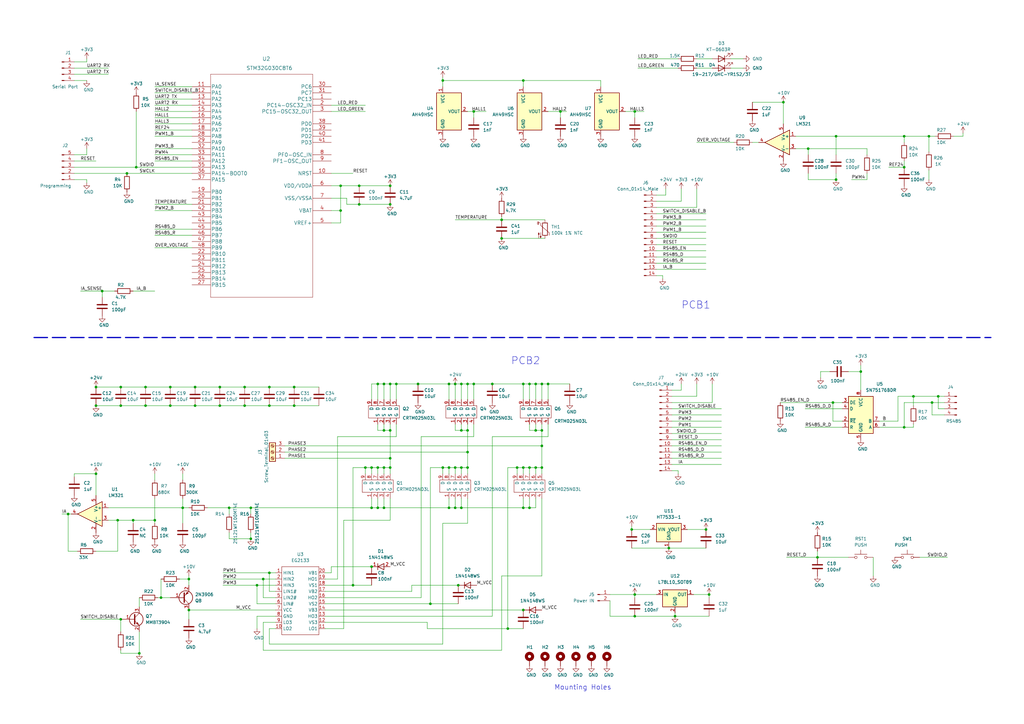
<source format=kicad_sch>
(kicad_sch (version 20211123) (generator eeschema)
  (paper "A3")
  (lib_symbols
    (symbol "1N4148WS_1" (pin_names (offset 1.016) hide)
      (property "Reference" "D" (at 0 2.54 0))
      (property "Value" "1N4148WS_1" (at 0 -2.54 0))
      (symbol "1N4148WS_1_1_1"
        (pin passive line (at -3.81 0 0) (length 2.54) (name "K") (number "1"))
        (pin passive line (at 3.81 0 180) (length 2.54) (name "A") (number "2"))
      )
    )
    (symbol "Amplifier_Operational:LM321" (pin_names (offset 0.127))
      (property "Reference" "U" (at 0 7.62 0))
      (property "Value" "LM321" (at 0 5.08 0))
      (symbol "LM321_1_1"
        (pin input line (at -7.62 2.54 0) (length 2.54) (name "+") (number "1"))
        (pin power_in line (at -2.54 -7.62 90) (length 3.81) (name "V-") (number "2"))
        (pin input line (at -7.62 -2.54 0) (length 2.54) (name "-") (number "3"))
        (pin output line (at 7.62 0 180) (length 2.54) (name "~") (number "4"))
        (pin power_in line (at -2.54 7.62 270) (length 3.81) (name "V+") (number "5"))
      )
    )
    (symbol "Connector:Conn_01x02_Male" (pin_names (offset 1.016) hide)
      (property "Reference" "J" (at 0 2.54 0))
      (property "Value" "Conn_01x02_Male" (at 0 -5.08 0))
      (symbol "Conn_01x02_Male_1_1"
        (pin passive line (at 5.08 0 180) (length 3.81) (name "Pin_1") (number "1"))
        (pin passive line (at 5.08 -2.54 180) (length 3.81) (name "Pin_2") (number "2"))
      )
    )
    (symbol "Connector:Conn_01x04_Male" (pin_names (offset 1.016) hide)
      (property "Reference" "J" (at 0 5.08 0))
      (property "Value" "Conn_01x04_Male" (at 0 -7.62 0))
      (symbol "Conn_01x04_Male_1_1"
        (pin passive line (at 5.08 2.54 180) (length 3.81) (name "Pin_1") (number "1"))
        (pin passive line (at 5.08 0 180) (length 3.81) (name "Pin_2") (number "2"))
        (pin passive line (at 5.08 -2.54 180) (length 3.81) (name "Pin_3") (number "3"))
        (pin passive line (at 5.08 -5.08 180) (length 3.81) (name "Pin_4") (number "4"))
      )
    )
    (symbol "Connector:Conn_01x05_Male" (pin_names (offset 1.016) hide)
      (property "Reference" "J" (at 0 7.62 0))
      (property "Value" "Conn_01x05_Male" (at 0 -7.62 0))
      (symbol "Conn_01x05_Male_1_1"
        (pin passive line (at 5.08 5.08 180) (length 3.81) (name "Pin_1") (number "1"))
        (pin passive line (at 5.08 2.54 180) (length 3.81) (name "Pin_2") (number "2"))
        (pin passive line (at 5.08 0 180) (length 3.81) (name "Pin_3") (number "3"))
        (pin passive line (at 5.08 -2.54 180) (length 3.81) (name "Pin_4") (number "4"))
        (pin passive line (at 5.08 -5.08 180) (length 3.81) (name "Pin_5") (number "5"))
      )
    )
    (symbol "Connector:Conn_01x14_Male" (pin_names (offset 1.016) hide)
      (property "Reference" "J" (at 0 17.78 0))
      (property "Value" "Conn_01x14_Male" (at 0 -20.32 0))
      (symbol "Conn_01x14_Male_1_1"
        (pin passive line (at 5.08 15.24 180) (length 3.81) (name "Pin_1") (number "1"))
        (pin passive line (at 5.08 -7.62 180) (length 3.81) (name "Pin_10") (number "10"))
        (pin passive line (at 5.08 -10.16 180) (length 3.81) (name "Pin_11") (number "11"))
        (pin passive line (at 5.08 -12.7 180) (length 3.81) (name "Pin_12") (number "12"))
        (pin passive line (at 5.08 -15.24 180) (length 3.81) (name "Pin_13") (number "13"))
        (pin passive line (at 5.08 -17.78 180) (length 3.81) (name "Pin_14") (number "14"))
        (pin passive line (at 5.08 12.7 180) (length 3.81) (name "Pin_2") (number "2"))
        (pin passive line (at 5.08 10.16 180) (length 3.81) (name "Pin_3") (number "3"))
        (pin passive line (at 5.08 7.62 180) (length 3.81) (name "Pin_4") (number "4"))
        (pin passive line (at 5.08 5.08 180) (length 3.81) (name "Pin_5") (number "5"))
        (pin passive line (at 5.08 2.54 180) (length 3.81) (name "Pin_6") (number "6"))
        (pin passive line (at 5.08 0 180) (length 3.81) (name "Pin_7") (number "7"))
        (pin passive line (at 5.08 -2.54 180) (length 3.81) (name "Pin_8") (number "8"))
        (pin passive line (at 5.08 -5.08 180) (length 3.81) (name "Pin_9") (number "9"))
      )
    )
    (symbol "Connector:Screw_Terminal_01x03" (pin_names (offset 1.016) hide)
      (property "Reference" "J" (at 0 5.08 0))
      (property "Value" "Screw_Terminal_01x03" (at 0 -5.08 0))
      (symbol "Screw_Terminal_01x03_1_1"
        (pin passive line (at -5.08 2.54 0) (length 3.81) (name "Pin_1") (number "1"))
        (pin passive line (at -5.08 0 0) (length 3.81) (name "Pin_2") (number "2"))
        (pin passive line (at -5.08 -2.54 0) (length 3.81) (name "Pin_3") (number "3"))
      )
    )
    (symbol "Device:C" (pin_numbers hide) (pin_names (offset 0.254))
      (property "Reference" "C" (at 0.635 2.54 0))
      (property "Value" "C" (at 0.635 -2.54 0))
      (symbol "C_1_1"
        (pin passive line (at 0 3.81 270) (length 2.794) (name "~") (number "1"))
        (pin passive line (at 0 -3.81 90) (length 2.794) (name "~") (number "2"))
      )
    )
    (symbol "Device:LED" (pin_numbers hide) (pin_names (offset 1.016) hide)
      (property "Reference" "D" (at 0 2.54 0))
      (property "Value" "LED" (at 0 -2.54 0))
      (symbol "LED_1_1"
        (pin passive line (at -3.81 0 0) (length 2.54) (name "K") (number "1"))
        (pin passive line (at 3.81 0 180) (length 2.54) (name "A") (number "2"))
      )
    )
    (symbol "Device:R" (pin_numbers hide) (pin_names (offset 0))
      (property "Reference" "R" (at 2.032 0 90))
      (property "Value" "R" (at 0 0 90))
      (symbol "R_1_1"
        (pin passive line (at 0 3.81 270) (length 1.27) (name "~") (number "1"))
        (pin passive line (at 0 -3.81 90) (length 1.27) (name "~") (number "2"))
      )
    )
    (symbol "Device:Thermistor_NTC" (pin_numbers hide) (pin_names (offset 0))
      (property "Reference" "TH" (at -4.445 0 90))
      (property "Value" "Thermistor_NTC" (at 3.175 0 90))
      (symbol "Thermistor_NTC_1_1"
        (pin passive line (at 0 3.81 270) (length 1.27) (name "~") (number "1"))
        (pin passive line (at 0 -3.81 90) (length 1.27) (name "~") (number "2"))
      )
    )
    (symbol "Diode:1N4148WS" (pin_numbers hide) (pin_names (offset 1.016) hide)
      (property "Reference" "D" (at 0 2.54 0))
      (property "Value" "1N4148WS" (at 0 -2.54 0))
      (symbol "1N4148WS_1_1"
        (pin passive line (at -3.81 0 0) (length 2.54) (name "K") (number "1"))
        (pin passive line (at 3.81 0 180) (length 2.54) (name "A") (number "2"))
      )
    )
    (symbol "Interface_UART:SN75176AD"
      (property "Reference" "U" (at -4.318 8.89 0))
      (property "Value" "SN75176AD" (at 1.016 8.89 0))
      (symbol "SN75176AD_1_1"
        (pin output line (at -7.62 -5.08 0) (length 2.54) (name "R") (number "1"))
        (pin input line (at -7.62 -2.54 0) (length 2.54) (name "~{RE}") (number "2"))
        (pin input line (at -7.62 5.08 0) (length 2.54) (name "DE") (number "3"))
        (pin input line (at -7.62 2.54 0) (length 2.54) (name "D") (number "4"))
        (pin power_in line (at 0 -10.16 90) (length 2.54) (name "GND") (number "5"))
        (pin bidirectional line (at 7.62 -5.08 180) (length 2.54) (name "A") (number "6"))
        (pin bidirectional line (at 7.62 -2.54 180) (length 2.54) (name "B") (number "7"))
        (pin power_in line (at 0 10.16 270) (length 2.54) (name "VCC") (number "8"))
      )
    )
    (symbol "L78L10_SOT89_1" (pin_names (offset 0.254))
      (property "Reference" "U" (at -3.81 3.175 0))
      (property "Value" "L78L10_SOT89_1" (at -0.635 3.175 0))
      (symbol "L78L10_SOT89_1_1_1"
        (pin power_out line (at 7.62 0 180) (length 2.54) (name "OUT") (number "1"))
        (pin power_in line (at 0 -7.62 90) (length 2.54) (name "GND") (number "2"))
        (pin power_in line (at -7.62 0 0) (length 2.54) (name "IN") (number "3"))
      )
    )
    (symbol "Mechanical:MountingHole_Pad" (pin_numbers hide) (pin_names (offset 1.016) hide)
      (property "Reference" "H" (at 0 6.35 0))
      (property "Value" "MountingHole_Pad" (at 0 4.445 0))
      (symbol "MountingHole_Pad_1_1"
        (pin input line (at 0 -2.54 90) (length 2.54) (name "1") (number "1"))
      )
    )
    (symbol "Regulator_Linear:HT75xx-1-SOT89"
      (property "Reference" "U" (at -5.08 -3.81 0))
      (property "Value" "HT75xx-1-SOT89" (at 0 6.35 0))
      (symbol "HT75xx-1-SOT89_1_1"
        (pin power_in line (at 0 -5.08 90) (length 2.54) (name "GND") (number "1"))
        (pin power_in line (at -7.62 2.54 0) (length 2.54) (name "VIN") (number "2"))
        (pin power_out line (at 7.62 2.54 180) (length 2.54) (name "VOUT") (number "3"))
      )
    )
    (symbol "Sensor_Magnetic:A1101ELHL"
      (property "Reference" "U" (at 0 11.43 0))
      (property "Value" "A1101ELHL" (at 0 8.89 0))
      (symbol "A1101ELHL_1_1"
        (pin power_in line (at -2.54 10.16 270) (length 2.54) (name "VCC") (number "1"))
        (pin open_collector line (at 7.62 0 180) (length 2.54) (name "VOUT") (number "2"))
        (pin power_in line (at -2.54 -10.16 90) (length 2.54) (name "GND") (number "3"))
      )
    )
    (symbol "Switch:SW_Push" (pin_numbers hide) (pin_names (offset 1.016) hide)
      (property "Reference" "SW" (at 1.27 2.54 0))
      (property "Value" "SW_Push" (at 0 -1.524 0))
      (symbol "SW_Push_0_1"
        (pin passive line (at -5.08 0 0) (length 2.54) (name "1") (number "1"))
        (pin passive line (at 5.08 0 180) (length 2.54) (name "2") (number "2"))
      )
    )
    (symbol "Transistor_BJT:2N3906" (pin_names (offset 0) hide)
      (property "Reference" "Q?" (at 5.08 1.2701 0))
      (property "Value" "2N3906" (at 5.08 -1.2699 0))
      (symbol "2N3906_1_1"
        (pin input line (at -5.08 0 0) (length 5.715) (name "B") (number "1"))
        (pin passive line (at 2.54 -5.08 90) (length 2.54) (name "E") (number "2"))
        (pin passive line (at 2.54 5.08 270) (length 2.54) (name "C") (number "3"))
      )
    )
    (symbol "Transistor_BJT:MMBT3904" (pin_names (offset 0) hide)
      (property "Reference" "Q" (at 5.08 1.905 0))
      (property "Value" "MMBT3904" (at 5.08 0 0))
      (symbol "MMBT3904_1_1"
        (pin input line (at -5.08 0 0) (length 5.715) (name "B") (number "1"))
        (pin passive line (at 2.54 -5.08 90) (length 2.54) (name "E") (number "2"))
        (pin passive line (at 2.54 5.08 270) (length 2.54) (name "C") (number "3"))
      )
    )
    (symbol "dual_extruder:EG2133"
      (property "Reference" "U" (at 0 13.97 0))
      (property "Value" "EG2133" (at 0 -16.51 0))
      (symbol "EG2133_1_1"
        (pin input line (at -10.16 10.16 0) (length 2.54) (name "HIN1") (number "1"))
        (pin output line (at -10.16 -12.7 0) (length 2.54) (name "LO2") (number "10"))
        (pin output line (at 10.16 -12.7 180) (length 2.54) (name "LO1") (number "11"))
        (pin output line (at 10.16 -10.16 180) (length 2.54) (name "VS3") (number "12"))
        (pin output line (at 10.16 -7.62 180) (length 2.54) (name "HO3") (number "13"))
        (pin passive line (at 10.16 -5.08 180) (length 2.54) (name "VB3") (number "14"))
        (pin output line (at 10.16 -2.54 180) (length 2.54) (name "VS2") (number "15"))
        (pin output line (at 10.16 0 180) (length 2.54) (name "HO2") (number "16"))
        (pin passive line (at 10.16 2.54 180) (length 2.54) (name "VB2") (number "17"))
        (pin output line (at 10.16 5.08 180) (length 2.54) (name "VS1") (number "18"))
        (pin output line (at 10.16 7.62 180) (length 2.54) (name "HO1") (number "19"))
        (pin input line (at -10.16 7.62 0) (length 2.54) (name "HIN2") (number "2"))
        (pin passive line (at 10.16 10.16 180) (length 2.54) (name "VB1") (number "20"))
        (pin input line (at -10.16 5.08 0) (length 2.54) (name "HIN3") (number "3"))
        (pin input line (at -10.16 2.54 0) (length 2.54) (name "LIN1#") (number "4"))
        (pin input line (at -10.16 0 0) (length 2.54) (name "LIN2#") (number "5"))
        (pin input line (at -10.16 -2.54 0) (length 2.54) (name "LIN#") (number "6"))
        (pin power_in line (at -10.16 -5.08 0) (length 2.54) (name "VCC") (number "7"))
        (pin passive line (at -10.16 -7.62 0) (length 2.54) (name "GND") (number "8"))
        (pin output line (at -10.16 -10.16 0) (length 2.54) (name "LO3") (number "9"))
      )
    )
    (symbol "dual_extruder:STM32G030C8T6" (pin_names (offset 0.254))
      (property "Reference" "U" (at 29.21 10.16 0))
      (property "Value" "STM32G030C8T6" (at 29.21 7.62 0))
      (symbol "STM32G030C8T6_1_1"
        (pin bidirectional line (at 57.15 -5.08 180) (length 7.62) (name "PC13") (number "1"))
        (pin bidirectional line (at 57.15 -35.56 180) (length 7.62) (name "NRST") (number "10"))
        (pin bidirectional line (at 0 0 0) (length 7.62) (name "PA0") (number "11"))
        (pin bidirectional line (at 0 -2.54 0) (length 7.62) (name "PA1") (number "12"))
        (pin bidirectional line (at 0 -5.08 0) (length 7.62) (name "PA2") (number "13"))
        (pin bidirectional line (at 0 -7.62 0) (length 7.62) (name "PA3") (number "14"))
        (pin bidirectional line (at 0 -10.16 0) (length 7.62) (name "PA4") (number "15"))
        (pin bidirectional line (at 0 -12.7 0) (length 7.62) (name "PA5") (number "16"))
        (pin bidirectional line (at 0 -15.24 0) (length 7.62) (name "PA6") (number "17"))
        (pin bidirectional line (at 0 -17.78 0) (length 7.62) (name "PA7") (number "18"))
        (pin bidirectional line (at 0 -43.18 0) (length 7.62) (name "PB0") (number "19"))
        (pin bidirectional line (at 57.15 -7.62 180) (length 7.62) (name "PC14-OSC32_IN") (number "2"))
        (pin bidirectional line (at 0 -45.72 0) (length 7.62) (name "PB1") (number "20"))
        (pin bidirectional line (at 0 -48.26 0) (length 7.62) (name "PB2") (number "21"))
        (pin bidirectional line (at 0 -68.58 0) (length 7.62) (name "PB10") (number "22"))
        (pin bidirectional line (at 0 -71.12 0) (length 7.62) (name "PB11") (number "23"))
        (pin bidirectional line (at 0 -73.66 0) (length 7.62) (name "PB12") (number "24"))
        (pin bidirectional line (at 0 -76.2 0) (length 7.62) (name "PB13") (number "25"))
        (pin bidirectional line (at 0 -78.74 0) (length 7.62) (name "PB14") (number "26"))
        (pin bidirectional line (at 0 -81.28 0) (length 7.62) (name "PB15") (number "27"))
        (pin bidirectional line (at 0 -20.32 0) (length 7.62) (name "PA8") (number "28"))
        (pin bidirectional line (at 0 -22.86 0) (length 7.62) (name "PA9") (number "29"))
        (pin bidirectional line (at 57.15 -10.16 180) (length 7.62) (name "PC15-OSC32_OUT") (number "3"))
        (pin bidirectional line (at 57.15 0 180) (length 7.62) (name "PC6") (number "30"))
        (pin bidirectional line (at 57.15 -2.54 180) (length 7.62) (name "PC7") (number "31"))
        (pin bidirectional line (at 0 -25.4 0) (length 7.62) (name "PA10") (number "32"))
        (pin bidirectional line (at 0 -27.94 0) (length 7.62) (name "PA11") (number "33"))
        (pin bidirectional line (at 0 -30.48 0) (length 7.62) (name "PA12") (number "34"))
        (pin bidirectional line (at 0 -33.02 0) (length 7.62) (name "PA13") (number "35"))
        (pin bidirectional line (at 0 -35.56 0) (length 7.62) (name "PA14-BOOT0") (number "36"))
        (pin bidirectional line (at 0 -38.1 0) (length 7.62) (name "PA15") (number "37"))
        (pin bidirectional line (at 57.15 -15.24 180) (length 7.62) (name "PD0") (number "38"))
        (pin bidirectional line (at 57.15 -17.78 180) (length 7.62) (name "PD1") (number "39"))
        (pin power_in line (at 57.15 -50.8 180) (length 7.62) (name "VBAT") (number "4"))
        (pin bidirectional line (at 57.15 -20.32 180) (length 7.62) (name "PD2") (number "40"))
        (pin bidirectional line (at 57.15 -22.86 180) (length 7.62) (name "PD3") (number "41"))
        (pin bidirectional line (at 0 -50.8 0) (length 7.62) (name "PB3") (number "42"))
        (pin bidirectional line (at 0 -53.34 0) (length 7.62) (name "PB4") (number "43"))
        (pin bidirectional line (at 0 -55.88 0) (length 7.62) (name "PB5") (number "44"))
        (pin bidirectional line (at 0 -58.42 0) (length 7.62) (name "PB6") (number "45"))
        (pin bidirectional line (at 0 -60.96 0) (length 7.62) (name "PB7") (number "46"))
        (pin bidirectional line (at 0 -63.5 0) (length 7.62) (name "PB8") (number "47"))
        (pin bidirectional line (at 0 -66.04 0) (length 7.62) (name "PB9") (number "48"))
        (pin power_in line (at 57.15 -55.88 180) (length 7.62) (name "VREF+") (number "5"))
        (pin power_in line (at 57.15 -40.64 180) (length 7.62) (name "VDD/VDDA") (number "6"))
        (pin power_in line (at 57.15 -45.72 180) (length 7.62) (name "VSS/VSSA") (number "7"))
        (pin bidirectional line (at 57.15 -27.94 180) (length 7.62) (name "PF0-OSC_IN") (number "8"))
        (pin bidirectional line (at 57.15 -30.48 180) (length 7.62) (name "PF1-OSC_OUT") (number "9"))
      )
    )
    (symbol "power:+10V" (power) (pin_names (offset 0))
      (property "Value" "+10V" (at 0 3.556 0))
      (symbol "+10V_1_1"
        (pin power_in line (at 0 0 90) (length 0) hide (name "+10V") (number "1"))
      )
    )
    (symbol "power:+24V" (power) (pin_names (offset 0))
      (property "Value" "+24V" (at 0 3.556 0))
      (symbol "+24V_1_1"
        (pin power_in line (at 0 0 90) (length 0) hide (name "+24V") (number "1"))
      )
    )
    (symbol "power:+3.3V" (power) (pin_names (offset 0))
      (property "Value" "+3.3V" (at 0 3.556 0))
      (symbol "+3.3V_1_1"
        (pin power_in line (at 0 0 90) (length 0) hide (name "+3V3") (number "1"))
      )
    )
    (symbol "power:GND" (power) (pin_names (offset 0))
      (property "Value" "GND" (at 0 -3.81 0))
      (symbol "GND_1_1"
        (pin power_in line (at 0 0 270) (length 0) hide (name "GND") (number "1"))
      )
    )
    (symbol "servo_motor:CRTM025N03L"
      (property "Reference" "Q" (at 0 7.62 0))
      (property "Value" "CRTM025N03L" (at 0 -7.62 0))
      (symbol "CRTM025N03L_1_1"
        (pin passive line (at -5.08 2.54 0) (length 2.54) (name "S") (number "1"))
        (pin passive line (at -5.08 0 0) (length 2.54) (name "S") (number "2"))
        (pin passive line (at -5.08 -2.54 0) (length 2.54) (name "S") (number "3"))
        (pin passive line (at -5.08 -5.08 0) (length 2.54) (name "G") (number "4"))
        (pin passive line (at 5.08 -5.08 180) (length 2.54) (name "D") (number "5"))
        (pin passive line (at 5.08 -2.54 180) (length 2.54) (name "D") (number "6"))
        (pin passive line (at 5.08 0 180) (length 2.54) (name "D") (number "7"))
        (pin passive line (at 5.08 2.54 180) (length 2.54) (name "D") (number "8"))
        (pin passive line (at 5.08 5.08 180) (length 2.54) (name "D") (number "9"))
      )
    )
  )
  (junction (at 214.63 250.19))
  (junction (at 160.02 191.77))
  (junction (at 59.69 158.75))
  (junction (at 212.09 191.77))
  (junction (at 335.28 228.6))
  (junction (at 49.53 158.75))
  (junction (at 189.23 176.53))
  (junction (at 154.94 191.77))
  (junction (at 229.87 45.72))
  (junction (at 55.88 68.58))
  (junction (at 276.86 252.73))
  (junction (at 189.23 208.28))
  (junction (at 382.27 165.1))
  (junction (at 102.87 208.28))
  (junction (at 160.02 187.96))
  (junction (at 289.56 217.17))
  (junction (at 110.49 166.37))
  (junction (at 370.84 175.26))
  (junction (at 69.85 166.37))
  (junction (at 201.93 157.48))
  (junction (at 147.32 76.2))
  (junction (at 222.25 191.77))
  (junction (at 341.63 165.1))
  (junction (at 139.7 86.36))
  (junction (at 222.25 157.48))
  (junction (at 224.79 157.48))
  (junction (at 52.07 71.12))
  (junction (at 222.25 182.88))
  (junction (at 49.53 254))
  (junction (at 162.56 157.48))
  (junction (at 214.63 157.48))
  (junction (at 370.84 55.88))
  (junction (at 102.87 220.98))
  (junction (at 152.4 232.41))
  (junction (at 217.17 191.77))
  (junction (at 191.77 157.48))
  (junction (at 260.35 252.73))
  (junction (at 49.53 166.37))
  (junction (at 54.61 213.36))
  (junction (at 157.48 208.28))
  (junction (at 181.61 191.77))
  (junction (at 157.48 157.48))
  (junction (at 191.77 185.42))
  (junction (at 342.9 73.66))
  (junction (at 105.41 240.03))
  (junction (at 139.7 76.2))
  (junction (at 374.65 162.56))
  (junction (at 160.02 76.2))
  (junction (at 321.31 41.91))
  (junction (at 152.4 191.77))
  (junction (at 205.74 97.79))
  (junction (at 184.15 208.28))
  (junction (at 189.23 191.77))
  (junction (at 194.31 157.48))
  (junction (at 222.25 176.53))
  (junction (at 77.47 237.49))
  (junction (at 219.71 157.48))
  (junction (at 260.35 243.84))
  (junction (at 184.15 191.77))
  (junction (at 39.37 166.37))
  (junction (at 189.23 157.48))
  (junction (at 39.37 194.31))
  (junction (at 77.47 250.19))
  (junction (at 41.91 119.38))
  (junction (at 80.01 166.37))
  (junction (at 144.78 240.03))
  (junction (at 160.02 83.82))
  (junction (at 384.81 162.56))
  (junction (at 342.9 55.88))
  (junction (at 160.02 157.48))
  (junction (at 152.4 208.28))
  (junction (at 187.96 240.03))
  (junction (at 181.61 33.02))
  (junction (at 331.47 60.96))
  (junction (at 80.01 158.75))
  (junction (at 154.94 157.48))
  (junction (at 63.5 213.36))
  (junction (at 69.85 158.75))
  (junction (at 149.86 191.77))
  (junction (at 194.31 45.72))
  (junction (at 120.65 166.37))
  (junction (at 186.69 208.28))
  (junction (at 57.15 267.97))
  (junction (at 120.65 158.75))
  (junction (at 184.15 157.48))
  (junction (at 214.63 191.77))
  (junction (at 59.69 166.37))
  (junction (at 381 55.88))
  (junction (at 157.48 176.53))
  (junction (at 160.02 176.53))
  (junction (at 205.74 90.17))
  (junction (at 110.49 234.95))
  (junction (at 217.17 157.48))
  (junction (at 191.77 176.53))
  (junction (at 147.32 83.82))
  (junction (at 191.77 191.77))
  (junction (at 214.63 33.02))
  (junction (at 157.48 191.77))
  (junction (at 219.71 191.77))
  (junction (at 208.28 257.81))
  (junction (at 154.94 208.28))
  (junction (at 186.69 157.48))
  (junction (at 290.83 243.84))
  (junction (at 370.84 68.58))
  (junction (at 353.06 152.4))
  (junction (at 110.49 158.75))
  (junction (at 219.71 176.53))
  (junction (at 274.32 224.79))
  (junction (at 100.33 158.75))
  (junction (at 66.04 245.11))
  (junction (at 90.17 158.75))
  (junction (at 186.69 191.77))
  (junction (at 217.17 208.28))
  (junction (at 39.37 158.75))
  (junction (at 176.53 247.65))
  (junction (at 100.33 166.37))
  (junction (at 48.26 213.36))
  (junction (at 214.63 208.28))
  (junction (at 259.08 217.17))
  (junction (at 260.35 45.72))
  (junction (at 74.93 208.28))
  (junction (at 27.94 210.82))
  (junction (at 171.45 157.48))
  (junction (at 90.17 166.37))
  (junction (at 93.98 208.28))
  (junction (at 107.95 237.49))
  (wire (pts (xy 69.85 166.37) (xy 80.01 166.37)))
  (wire (pts (xy 374.65 173.99) (xy 374.65 175.26)))
  (wire (pts (xy 191.77 45.72) (xy 194.31 45.72)))
  (wire (pts (xy 394.97 55.88) (xy 391.16 55.88)))
  (wire (pts (xy 154.94 157.48) (xy 154.94 163.83)))
  (wire (pts (xy 320.04 165.1) (xy 341.63 165.1)))
  (wire (pts (xy 331.47 60.96) (xy 355.6 60.96)))
  (wire (pts (xy 285.75 58.42) (xy 300.99 58.42)))
  (wire (pts (xy 299.72 24.13) (xy 304.8 24.13)))
  (wire (pts (xy 30.48 68.58) (xy 55.88 68.58)))
  (wire (pts (xy 90.17 158.75) (xy 100.33 158.75)))
  (wire (pts (xy 349.25 73.66) (xy 355.6 73.66)))
  (wire (pts (xy 160.02 176.53) (xy 160.02 187.96)))
  (wire (pts (xy 186.69 204.47) (xy 186.69 208.28)))
  (wire (pts (xy 285.75 77.47) (xy 285.75 85.09)))
  (wire (pts (xy 260.35 45.72) (xy 264.16 45.72)))
  (wire (pts (xy 191.77 157.48) (xy 194.31 157.48)))
  (wire (pts (xy 160.02 157.48) (xy 162.56 157.48)))
  (wire (pts (xy 80.01 158.75) (xy 90.17 158.75)))
  (wire (pts (xy 135.89 43.18) (xy 149.86 43.18)))
  (wire (pts (xy 74.93 204.47) (xy 74.93 208.28)))
  (wire (pts (xy 217.17 208.28) (xy 219.71 208.28)))
  (wire (pts (xy 154.94 204.47) (xy 154.94 208.28)))
  (wire (pts (xy 336.55 152.4) (xy 336.55 154.94)))
  (wire (pts (xy 186.69 191.77) (xy 189.23 191.77)))
  (wire (pts (xy 59.69 158.75) (xy 69.85 158.75)))
  (wire (pts (xy 335.28 228.6) (xy 347.98 228.6)))
  (wire (pts (xy 107.95 266.7) (xy 107.95 255.27)))
  (wire (pts (xy 342.9 73.66) (xy 342.9 71.12)))
  (wire (pts (xy 33.02 254) (xy 49.53 254)))
  (wire (pts (xy 133.35 242.57) (xy 168.91 242.57)))
  (wire (pts (xy 275.59 172.72) (xy 295.91 172.72)))
  (wire (pts (xy 74.93 208.28) (xy 74.93 214.63)))
  (wire (pts (xy 205.74 266.7) (xy 107.95 266.7)))
  (wire (pts (xy 138.43 237.49) (xy 133.35 237.49)))
  (wire (pts (xy 222.25 157.48) (xy 224.79 157.48)))
  (wire (pts (xy 194.31 157.48) (xy 201.93 157.48)))
  (wire (pts (xy 110.49 166.37) (xy 120.65 166.37)))
  (wire (pts (xy 360.68 175.26) (xy 370.84 175.26)))
  (wire (pts (xy 275.59 180.34) (xy 295.91 180.34)))
  (wire (pts (xy 30.48 30.48) (xy 44.45 30.48)))
  (wire (pts (xy 269.24 92.71) (xy 289.56 92.71)))
  (wire (pts (xy 271.78 113.03) (xy 271.78 114.3)))
  (wire (pts (xy 107.95 255.27) (xy 113.03 255.27)))
  (wire (pts (xy 52.07 71.12) (xy 78.74 71.12)))
  (wire (pts (xy 292.1 157.48) (xy 292.1 165.1)))
  (wire (pts (xy 30.48 63.5) (xy 35.56 63.5)))
  (wire (pts (xy 63.5 48.26) (xy 78.74 48.26)))
  (wire (pts (xy 260.35 243.84) (xy 260.35 245.11)))
  (wire (pts (xy 54.61 213.36) (xy 48.26 213.36)))
  (wire (pts (xy 93.98 208.28) (xy 102.87 208.28)))
  (wire (pts (xy 140.97 213.36) (xy 160.02 213.36)))
  (wire (pts (xy 189.23 173.99) (xy 189.23 176.53)))
  (wire (pts (xy 269.24 107.95) (xy 289.56 107.95)))
  (wire (pts (xy 91.44 237.49) (xy 107.95 237.49)))
  (wire (pts (xy 91.44 240.03) (xy 105.41 240.03)))
  (wire (pts (xy 246.38 35.56) (xy 246.38 33.02)))
  (wire (pts (xy 63.5 43.18) (xy 78.74 43.18)))
  (wire (pts (xy 360.68 172.72) (xy 368.3 172.72)))
  (wire (pts (xy 184.15 204.47) (xy 184.15 208.28)))
  (wire (pts (xy 214.63 157.48) (xy 214.63 163.83)))
  (wire (pts (xy 229.87 45.72) (xy 229.87 48.26)))
  (wire (pts (xy 279.4 82.55) (xy 279.4 77.47)))
  (wire (pts (xy 275.59 193.04) (xy 278.13 193.04)))
  (wire (pts (xy 63.5 101.6) (xy 78.74 101.6)))
  (wire (pts (xy 184.15 157.48) (xy 184.15 163.83)))
  (wire (pts (xy 30.48 195.58) (xy 30.48 194.31)))
  (wire (pts (xy 256.54 45.72) (xy 260.35 45.72)))
  (wire (pts (xy 59.69 166.37) (xy 69.85 166.37)))
  (wire (pts (xy 181.61 194.31) (xy 181.61 191.77)))
  (wire (pts (xy 275.59 190.5) (xy 295.91 190.5)))
  (wire (pts (xy 331.47 60.96) (xy 331.47 63.5)))
  (wire (pts (xy 269.24 102.87) (xy 289.56 102.87)))
  (wire (pts (xy 189.23 208.28) (xy 214.63 208.28)))
  (wire (pts (xy 168.91 240.03) (xy 187.96 240.03)))
  (wire (pts (xy 186.69 157.48) (xy 189.23 157.48)))
  (wire (pts (xy 381 69.85) (xy 381 73.66)))
  (wire (pts (xy 345.44 165.1) (xy 341.63 165.1)))
  (wire (pts (xy 116.84 182.88) (xy 222.25 182.88)))
  (wire (pts (xy 285.75 24.13) (xy 292.1 24.13)))
  (wire (pts (xy 275.59 187.96) (xy 295.91 187.96)))
  (wire (pts (xy 144.78 71.12) (xy 135.89 71.12)))
  (wire (pts (xy 276.86 252.73) (xy 290.83 252.73)))
  (wire (pts (xy 205.74 90.17) (xy 223.52 90.17)))
  (wire (pts (xy 275.59 167.64) (xy 295.91 167.64)))
  (wire (pts (xy 133.35 255.27) (xy 175.26 255.27)))
  (wire (pts (xy 381 55.88) (xy 381 62.23)))
  (wire (pts (xy 54.61 213.36) (xy 54.61 214.63)))
  (wire (pts (xy 171.45 157.48) (xy 184.15 157.48)))
  (wire (pts (xy 299.72 27.94) (xy 304.8 27.94)))
  (wire (pts (xy 162.56 179.07) (xy 162.56 173.99)))
  (wire (pts (xy 152.4 191.77) (xy 152.4 194.31)))
  (wire (pts (xy 152.4 157.48) (xy 154.94 157.48)))
  (wire (pts (xy 100.33 158.75) (xy 110.49 158.75)))
  (wire (pts (xy 93.98 208.28) (xy 93.98 210.82)))
  (wire (pts (xy 269.24 110.49) (xy 289.56 110.49)))
  (wire (pts (xy 133.35 257.81) (xy 140.97 257.81)))
  (wire (pts (xy 66.04 245.11) (xy 69.85 245.11)))
  (wire (pts (xy 374.65 162.56) (xy 374.65 166.37)))
  (wire (pts (xy 269.24 105.41) (xy 289.56 105.41)))
  (wire (pts (xy 63.5 40.64) (xy 78.74 40.64)))
  (wire (pts (xy 154.94 191.77) (xy 154.94 194.31)))
  (wire (pts (xy 330.2 175.26) (xy 345.44 175.26)))
  (wire (pts (xy 382.27 165.1) (xy 387.35 165.1)))
  (wire (pts (xy 63.5 204.47) (xy 63.5 213.36)))
  (wire (pts (xy 269.24 97.79) (xy 289.56 97.79)))
  (wire (pts (xy 194.31 179.07) (xy 194.31 173.99)))
  (wire (pts (xy 160.02 213.36) (xy 160.02 204.47)))
  (wire (pts (xy 331.47 71.12) (xy 331.47 73.66)))
  (wire (pts (xy 184.15 157.48) (xy 186.69 157.48)))
  (wire (pts (xy 160.02 191.77) (xy 160.02 194.31)))
  (wire (pts (xy 66.04 237.49) (xy 66.04 245.11)))
  (wire (pts (xy 353.06 152.4) (xy 353.06 160.02)))
  (wire (pts (xy 186.69 173.99) (xy 186.69 176.53)))
  (wire (pts (xy 275.59 160.02) (xy 279.4 160.02)))
  (wire (pts (xy 135.89 86.36) (xy 139.7 86.36)))
  (wire (pts (xy 172.72 179.07) (xy 172.72 245.11)))
  (wire (pts (xy 30.48 25.4) (xy 35.56 25.4)))
  (wire (pts (xy 370.84 165.1) (xy 382.27 165.1)))
  (wire (pts (xy 168.91 242.57) (xy 168.91 240.03)))
  (wire (pts (xy 214.63 157.48) (xy 217.17 157.48)))
  (wire (pts (xy 41.91 119.38) (xy 41.91 121.92)))
  (wire (pts (xy 205.74 97.79) (xy 223.52 97.79)))
  (wire (pts (xy 30.48 33.02) (xy 35.56 33.02)))
  (wire (pts (xy 157.48 157.48) (xy 160.02 157.48)))
  (wire (pts (xy 39.37 158.75) (xy 49.53 158.75)))
  (wire (pts (xy 189.23 191.77) (xy 191.77 191.77)))
  (wire (pts (xy 110.49 264.16) (xy 181.61 264.16)))
  (wire (pts (xy 91.44 234.95) (xy 110.49 234.95)))
  (wire (pts (xy 224.79 157.48) (xy 224.79 163.83)))
  (wire (pts (xy 162.56 157.48) (xy 171.45 157.48)))
  (wire (pts (xy 259.08 215.9) (xy 259.08 217.17)))
  (wire (pts (xy 144.78 240.03) (xy 152.4 240.03)))
  (wire (pts (xy 217.17 157.48) (xy 217.17 163.83)))
  (wire (pts (xy 63.5 96.52) (xy 78.74 96.52)))
  (wire (pts (xy 133.35 240.03) (xy 144.78 240.03)))
  (wire (pts (xy 341.63 172.72) (xy 345.44 172.72)))
  (wire (pts (xy 189.23 157.48) (xy 189.23 163.83)))
  (wire (pts (xy 201.93 179.07) (xy 224.79 179.07)))
  (wire (pts (xy 353.06 149.86) (xy 353.06 152.4)))
  (wire (pts (xy 100.33 166.37) (xy 110.49 166.37)))
  (wire (pts (xy 269.24 95.25) (xy 289.56 95.25)))
  (wire (pts (xy 273.05 80.01) (xy 273.05 77.47)))
  (wire (pts (xy 160.02 163.83) (xy 160.02 157.48)))
  (wire (pts (xy 144.78 191.77) (xy 144.78 240.03)))
  (wire (pts (xy 63.5 66.04) (xy 78.74 66.04)))
  (wire (pts (xy 55.88 45.72) (xy 55.88 68.58)))
  (wire (pts (xy 63.5 55.88) (xy 78.74 55.88)))
  (wire (pts (xy 326.39 55.88) (xy 342.9 55.88)))
  (wire (pts (xy 77.47 250.19) (xy 113.03 250.19)))
  (wire (pts (xy 74.93 208.28) (xy 77.47 208.28)))
  (wire (pts (xy 77.47 236.22) (xy 77.47 237.49)))
  (wire (pts (xy 275.59 177.8) (xy 295.91 177.8)))
  (wire (pts (xy 335.28 226.06) (xy 335.28 228.6)))
  (wire (pts (xy 269.24 243.84) (xy 260.35 243.84)))
  (wire (pts (xy 370.84 175.26) (xy 370.84 165.1)))
  (wire (pts (xy 229.87 45.72) (xy 232.41 45.72)))
  (wire (pts (xy 259.08 217.17) (xy 266.7 217.17)))
  (wire (pts (xy 222.25 191.77) (xy 222.25 194.31)))
  (wire (pts (xy 205.74 88.9) (xy 205.74 90.17)))
  (wire (pts (xy 342.9 63.5) (xy 342.9 55.88)))
  (wire (pts (xy 191.77 185.42) (xy 191.77 191.77)))
  (wire (pts (xy 69.85 158.75) (xy 80.01 158.75)))
  (wire (pts (xy 35.56 73.66) (xy 35.56 74.93)))
  (wire (pts (xy 27.94 226.06) (xy 27.94 210.82)))
  (wire (pts (xy 157.48 157.48) (xy 157.48 163.83)))
  (wire (pts (xy 250.19 243.84) (xy 260.35 243.84)))
  (wire (pts (xy 368.3 162.56) (xy 374.65 162.56)))
  (wire (pts (xy 152.4 208.28) (xy 154.94 208.28)))
  (wire (pts (xy 214.63 208.28) (xy 217.17 208.28)))
  (wire (pts (xy 381 55.88) (xy 383.54 55.88)))
  (wire (pts (xy 142.24 83.82) (xy 147.32 83.82)))
  (wire (pts (xy 44.45 208.28) (xy 74.93 208.28)))
  (wire (pts (xy 107.95 245.11) (xy 107.95 237.49)))
  (wire (pts (xy 347.98 152.4) (xy 353.06 152.4)))
  (wire (pts (xy 194.31 157.48) (xy 194.31 163.83)))
  (wire (pts (xy 217.17 176.53) (xy 219.71 176.53)))
  (wire (pts (xy 57.15 259.08) (xy 57.15 267.97)))
  (wire (pts (xy 191.77 157.48) (xy 191.77 163.83)))
  (wire (pts (xy 138.43 237.49) (xy 138.43 179.07)))
  (wire (pts (xy 186.69 208.28) (xy 189.23 208.28)))
  (wire (pts (xy 107.95 237.49) (xy 113.03 237.49)))
  (wire (pts (xy 152.4 191.77) (xy 154.94 191.77)))
  (wire (pts (xy 217.17 173.99) (xy 217.17 176.53)))
  (wire (pts (xy 135.89 81.28) (xy 142.24 81.28)))
  (wire (pts (xy 116.84 187.96) (xy 160.02 187.96)))
  (wire (pts (xy 387.35 167.64) (xy 384.81 167.64)))
  (wire (pts (xy 63.5 93.98) (xy 78.74 93.98)))
  (wire (pts (xy 30.48 66.04) (xy 39.37 66.04)))
  (wire (pts (xy 186.69 191.77) (xy 186.69 194.31)))
  (wire (pts (xy 326.39 60.96) (xy 331.47 60.96)))
  (wire (pts (xy 191.77 176.53) (xy 191.77 173.99)))
  (wire (pts (xy 57.15 245.11) (xy 57.15 248.92)))
  (wire (pts (xy 110.49 158.75) (xy 120.65 158.75)))
  (wire (pts (xy 290.83 243.84) (xy 290.83 245.11)))
  (wire (pts (xy 135.89 45.72) (xy 149.86 45.72)))
  (wire (pts (xy 139.7 76.2) (xy 147.32 76.2)))
  (wire (pts (xy 46.99 119.38) (xy 41.91 119.38)))
  (wire (pts (xy 55.88 68.58) (xy 78.74 68.58)))
  (wire (pts (xy 54.61 119.38) (xy 63.5 119.38)))
  (wire (pts (xy 31.75 226.06) (xy 27.94 226.06)))
  (wire (pts (xy 222.25 182.88) (xy 222.25 176.53)))
  (wire (pts (xy 63.5 213.36) (xy 63.5 214.63)))
  (wire (pts (xy 160.02 173.99) (xy 160.02 176.53)))
  (wire (pts (xy 278.13 193.04) (xy 278.13 194.31)))
  (wire (pts (xy 181.61 191.77) (xy 184.15 191.77)))
  (wire (pts (xy 63.5 86.36) (xy 78.74 86.36)))
  (wire (pts (xy 181.61 214.63) (xy 191.77 214.63)))
  (wire (pts (xy 194.31 45.72) (xy 194.31 48.26)))
  (wire (pts (xy 77.47 237.49) (xy 77.47 240.03)))
  (wire (pts (xy 269.24 90.17) (xy 289.56 90.17)))
  (wire (pts (xy 154.94 191.77) (xy 157.48 191.77)))
  (wire (pts (xy 154.94 157.48) (xy 157.48 157.48)))
  (wire (pts (xy 181.61 264.16) (xy 181.61 214.63)))
  (wire (pts (xy 358.14 228.6) (xy 358.14 236.22)))
  (wire (pts (xy 219.71 191.77) (xy 219.71 194.31)))
  (wire (pts (xy 57.15 267.97) (xy 49.53 267.97)))
  (wire (pts (xy 222.25 163.83) (xy 222.25 157.48)))
  (wire (pts (xy 30.48 71.12) (xy 52.07 71.12)))
  (wire (pts (xy 219.71 157.48) (xy 222.25 157.48)))
  (wire (pts (xy 222.25 182.88) (xy 222.25 191.77)))
  (wire (pts (xy 154.94 208.28) (xy 157.48 208.28)))
  (wire (pts (xy 189.23 176.53) (xy 191.77 176.53)))
  (wire (pts (xy 63.5 63.5) (xy 78.74 63.5)))
  (wire (pts (xy 157.48 204.47) (xy 157.48 208.28)))
  (wire (pts (xy 105.41 252.73) (xy 105.41 257.81)))
  (wire (pts (xy 222.25 204.47) (xy 222.25 236.22)))
  (wire (pts (xy 374.65 162.56) (xy 384.81 162.56)))
  (wire (pts (xy 176.53 247.65) (xy 176.53 191.77)))
  (wire (pts (xy 274.32 224.79) (xy 289.56 224.79)))
  (wire (pts (xy 102.87 220.98) (xy 102.87 218.44)))
  (wire (pts (xy 275.59 182.88) (xy 295.91 182.88)))
  (wire (pts (xy 184.15 208.28) (xy 186.69 208.28)))
  (wire (pts (xy 157.48 208.28) (xy 184.15 208.28)))
  (wire (pts (xy 102.87 208.28) (xy 102.87 210.82)))
  (wire (pts (xy 370.84 175.26) (xy 374.65 175.26)))
  (wire (pts (xy 63.5 38.1) (xy 78.74 38.1)))
  (wire (pts (xy 39.37 194.31) (xy 39.37 203.2)))
  (wire (pts (xy 217.17 191.77) (xy 219.71 191.77)))
  (wire (pts (xy 133.35 247.65) (xy 176.53 247.65)))
  (wire (pts (xy 340.36 152.4) (xy 336.55 152.4)))
  (wire (pts (xy 135.89 76.2) (xy 139.7 76.2)))
  (wire (pts (xy 105.41 247.65) (xy 105.41 240.03)))
  (wire (pts (xy 80.01 166.37) (xy 90.17 166.37)))
  (wire (pts (xy 322.58 228.6) (xy 335.28 228.6)))
  (wire (pts (xy 186.69 90.17) (xy 205.74 90.17)))
  (wire (pts (xy 285.75 162.56) (xy 285.75 157.48)))
  (wire (pts (xy 355.6 60.96) (xy 355.6 63.5)))
  (wire (pts (xy 105.41 240.03) (xy 113.03 240.03)))
  (wire (pts (xy 368.3 172.72) (xy 368.3 162.56)))
  (wire (pts (xy 331.47 73.66) (xy 342.9 73.66)))
  (wire (pts (xy 152.4 163.83) (xy 152.4 157.48)))
  (wire (pts (xy 201.93 157.48) (xy 214.63 157.48)))
  (wire (pts (xy 30.48 194.31) (xy 39.37 194.31)))
  (wire (pts (xy 160.02 83.82) (xy 147.32 83.82)))
  (wire (pts (xy 63.5 83.82) (xy 78.74 83.82)))
  (wire (pts (xy 214.63 204.47) (xy 214.63 208.28)))
  (wire (pts (xy 224.79 179.07) (xy 224.79 173.99)))
  (wire (pts (xy 284.48 243.84) (xy 290.83 243.84)))
  (wire (pts (xy 214.63 35.56) (xy 214.63 33.02)))
  (wire (pts (xy 189.23 191.77) (xy 189.23 194.31)))
  (wire (pts (xy 269.24 87.63) (xy 289.56 87.63)))
  (wire (pts (xy 246.38 33.02) (xy 214.63 33.02)))
  (wire (pts (xy 189.23 157.48) (xy 191.77 157.48)))
  (wire (pts (xy 35.56 63.5) (xy 35.56 60.96)))
  (wire (pts (xy 214.63 191.77) (xy 217.17 191.77)))
  (wire (pts (xy 140.97 257.81) (xy 140.97 213.36)))
  (wire (pts (xy 110.49 234.95) (xy 113.03 234.95)))
  (wire (pts (xy 219.71 208.28) (xy 219.71 204.47)))
  (wire (pts (xy 176.53 247.65) (xy 187.96 247.65)))
  (wire (pts (xy 25.4 210.82) (xy 27.94 210.82)))
  (wire (pts (xy 341.63 165.1) (xy 341.63 172.72)))
  (wire (pts (xy 147.32 76.2) (xy 160.02 76.2)))
  (wire (pts (xy 110.49 264.16) (xy 110.49 257.81)))
  (wire (pts (xy 194.31 45.72) (xy 199.39 45.72)))
  (wire (pts (xy 30.48 27.94) (xy 44.45 27.94)))
  (wire (pts (xy 63.5 45.72) (xy 78.74 45.72)))
  (wire (pts (xy 201.93 252.73) (xy 133.35 252.73)))
  (wire (pts (xy 73.66 237.49) (xy 77.47 237.49)))
  (wire (pts (xy 113.03 245.11) (xy 107.95 245.11)))
  (wire (pts (xy 275.59 162.56) (xy 285.75 162.56)))
  (wire (pts (xy 48.26 213.36) (xy 48.26 226.06)))
  (wire (pts (xy 162.56 157.48) (xy 162.56 163.83)))
  (wire (pts (xy 63.5 50.8) (xy 78.74 50.8)))
  (wire (pts (xy 308.61 58.42) (xy 311.15 58.42)))
  (wire (pts (xy 308.61 41.91) (xy 321.31 41.91)))
  (wire (pts (xy 154.94 176.53) (xy 157.48 176.53)))
  (wire (pts (xy 138.43 179.07) (xy 162.56 179.07)))
  (wire (pts (xy 63.5 60.96) (xy 78.74 60.96)))
  (wire (pts (xy 217.17 157.48) (xy 219.71 157.48)))
  (wire (pts (xy 93.98 220.98) (xy 102.87 220.98)))
  (wire (pts (xy 113.03 252.73) (xy 105.41 252.73)))
  (wire (pts (xy 208.28 257.81) (xy 175.26 257.81)))
  (wire (pts (xy 377.19 228.6) (xy 388.62 228.6)))
  (wire (pts (xy 208.28 191.77) (xy 212.09 191.77)))
  (wire (pts (xy 49.53 267.97) (xy 49.53 266.7)))
  (wire (pts (xy 201.93 179.07) (xy 201.93 252.73)))
  (wire (pts (xy 342.9 55.88) (xy 370.84 55.88)))
  (wire (pts (xy 139.7 91.44) (xy 135.89 91.44)))
  (wire (pts (xy 49.53 166.37) (xy 59.69 166.37)))
  (wire (pts (xy 214.63 191.77) (xy 214.63 194.31)))
  (wire (pts (xy 217.17 204.47) (xy 217.17 208.28)))
  (wire (pts (xy 181.61 31.75) (xy 181.61 33.02)))
  (wire (pts (xy 250.19 246.38) (xy 250.19 252.73)))
  (wire (pts (xy 184.15 191.77) (xy 186.69 191.77)))
  (wire (pts (xy 355.6 71.12) (xy 355.6 73.66)))
  (wire (pts (xy 394.97 54.61) (xy 394.97 55.88)))
  (wire (pts (xy 222.25 176.53) (xy 222.25 173.99)))
  (wire (pts (xy 384.81 167.64) (xy 384.81 162.56)))
  (wire (pts (xy 63.5 53.34) (xy 78.74 53.34)))
  (wire (pts (xy 250.19 252.73) (xy 260.35 252.73)))
  (wire (pts (xy 39.37 166.37) (xy 49.53 166.37)))
  (wire (pts (xy 63.5 35.56) (xy 78.74 35.56)))
  (wire (pts (xy 102.87 208.28) (xy 152.4 208.28)))
  (wire (pts (xy 30.48 73.66) (xy 35.56 73.66)))
  (wire (pts (xy 44.45 213.36) (xy 48.26 213.36)))
  (wire (pts (xy 276.86 251.46) (xy 276.86 252.73)))
  (wire (pts (xy 261.62 27.94) (xy 278.13 27.94)))
  (wire (pts (xy 74.93 194.31) (xy 74.93 196.85)))
  (wire (pts (xy 63.5 213.36) (xy 54.61 213.36)))
  (polyline (pts (xy 13.97 138.43) (xy 406.4 138.43)) (stroke (width 0.5)))
  (wire (pts (xy 175.26 257.81) (xy 175.26 255.27)))
  (wire (pts (xy 64.77 245.11) (xy 66.04 245.11)))
  (wire (pts (xy 35.56 25.4) (xy 35.56 24.13)))
  (wire (pts (xy 219.71 191.77) (xy 222.25 191.77)))
  (wire (pts (xy 370.84 55.88) (xy 381 55.88)))
  (wire (pts (xy 189.23 204.47) (xy 189.23 208.28)))
  (wire (pts (xy 110.49 257.81) (xy 113.03 257.81)))
  (wire (pts (xy 285.75 85.09) (xy 269.24 85.09)))
  (wire (pts (xy 387.35 170.18) (xy 382.27 170.18)))
  (wire (pts (xy 184.15 191.77) (xy 184.15 194.31)))
  (wire (pts (xy 214.63 257.81) (xy 208.28 257.81)))
  (wire (pts (xy 157.48 191.77) (xy 160.02 191.77)))
  (wire (pts (xy 281.94 217.17) (xy 289.56 217.17)))
  (wire (pts (xy 149.86 191.77) (xy 152.4 191.77)))
  (wire (pts (xy 384.81 162.56) (xy 387.35 162.56)))
  (wire (pts (xy 176.53 191.77) (xy 181.61 191.77)))
  (wire (pts (xy 275.59 170.18) (xy 295.91 170.18)))
  (wire (pts (xy 157.48 191.77) (xy 157.48 194.31)))
  (wire (pts (xy 370.84 55.88) (xy 370.84 58.42)))
  (wire (pts (xy 154.94 173.99) (xy 154.94 176.53)))
  (wire (pts (xy 116.84 185.42) (xy 191.77 185.42)))
  (wire (pts (xy 191.77 191.77) (xy 191.77 194.31)))
  (wire (pts (xy 113.03 247.65) (xy 105.41 247.65)))
  (wire (pts (xy 27.94 210.82) (xy 29.21 210.82)))
  (wire (pts (xy 191.77 185.42) (xy 191.77 176.53)))
  (wire (pts (xy 212.09 194.31) (xy 212.09 191.77)))
  (wire (pts (xy 321.31 41.91) (xy 321.31 50.8)))
  (wire (pts (xy 224.79 157.48) (xy 233.68 157.48)))
  (wire (pts (xy 144.78 191.77) (xy 149.86 191.77)))
  (wire (pts (xy 110.49 242.57) (xy 110.49 234.95)))
  (wire (pts (xy 133.35 234.95) (xy 135.89 234.95)))
  (wire (pts (xy 135.89 232.41) (xy 152.4 232.41)))
  (wire (pts (xy 212.09 191.77) (xy 214.63 191.77)))
  (wire (pts (xy 63.5 194.31) (xy 63.5 196.85)))
  (wire (pts (xy 260.35 252.73) (xy 276.86 252.73)))
  (wire (pts (xy 186.69 157.48) (xy 186.69 163.83)))
  (wire (pts (xy 269.24 100.33) (xy 289.56 100.33)))
  (wire (pts (xy 219.71 173.99) (xy 219.71 176.53)))
  (wire (pts (xy 120.65 166.37) (xy 130.81 166.37)))
  (wire (pts (xy 205.74 236.22) (xy 205.74 266.7)))
  (wire (pts (xy 208.28 257.81) (xy 208.28 191.77)))
  (wire (pts (xy 219.71 176.53) (xy 222.25 176.53)))
  (wire (pts (xy 160.02 187.96) (xy 160.02 191.77)))
  (wire (pts (xy 157.48 173.99) (xy 157.48 176.53)))
  (wire (pts (xy 285.75 27.94) (xy 292.1 27.94)))
  (wire (pts (xy 157.48 176.53) (xy 160.02 176.53)))
  (wire (pts (xy 275.59 185.42) (xy 295.91 185.42)))
  (wire (pts (xy 219.71 157.48) (xy 219.71 163.83)))
  (wire (pts (xy 194.31 179.07) (xy 172.72 179.07)))
  (wire (pts (xy 139.7 86.36) (xy 139.7 91.44)))
  (wire (pts (xy 217.17 191.77) (xy 217.17 194.31)))
  (wire (pts (xy 370.84 66.04) (xy 370.84 68.58)))
  (wire (pts (xy 77.47 250.19) (xy 77.47 254)))
  (wire (pts (xy 214.63 33.02) (xy 181.61 33.02)))
  (wire (pts (xy 149.86 194.31) (xy 149.86 191.77)))
  (wire (pts (xy 382.27 170.18) (xy 382.27 165.1)))
  (wire (pts (xy 191.77 214.63) (xy 191.77 204.47)))
  (wire (pts (xy 181.61 33.02) (xy 181.61 35.56)))
  (wire (pts (xy 224.79 45.72) (xy 229.87 45.72)))
  (wire (pts (xy 90.17 166.37) (xy 100.33 166.37)))
  (wire (pts (xy 260.35 45.72) (xy 260.35 48.26)))
  (wire (pts (xy 172.72 245.11) (xy 133.35 245.11)))
  (wire (pts (xy 259.08 224.79) (xy 274.32 224.79)))
  (wire (pts (xy 364.49 68.58) (xy 370.84 68.58)))
  (wire (pts (xy 120.65 158.75) (xy 130.81 158.75)))
  (wire (pts (xy 269.24 80.01) (xy 273.05 80.01)))
  (wire (pts (xy 139.7 76.2) (xy 139.7 86.36)))
  (wire (pts (xy 113.03 242.57) (xy 110.49 242.57)))
  (wire (pts (xy 33.02 119.38) (xy 41.91 119.38)))
  (wire (pts (xy 133.35 250.19) (xy 214.63 250.19)))
  (wire (pts (xy 135.89 234.95) (xy 135.89 232.41)))
  (wire (pts (xy 85.09 208.28) (xy 93.98 208.28)))
  (wire (pts (xy 93.98 218.44) (xy 93.98 220.98)))
  (wire (pts (xy 275.59 175.26) (xy 295.91 175.26)))
  (wire (pts (xy 279.4 160.02) (xy 279.4 157.48)))
  (wire (pts (xy 269.24 82.55) (xy 279.4 82.55)))
  (wire (pts (xy 222.25 236.22) (xy 205.74 236.22)))
  (wire (pts (xy 49.53 254) (xy 49.53 259.08)))
  (wire (pts (xy 142.24 81.28) (xy 142.24 83.82)))
  (wire (pts (xy 186.69 176.53) (xy 189.23 176.53)))
  (wire (pts (xy 49.53 158.75) (xy 59.69 158.75)))
  (wire (pts (xy 48.26 226.06) (xy 39.37 226.06)))
  (wire (pts (xy 261.62 24.13) (xy 278.13 24.13)))
  (wire (pts (xy 292.1 165.1) (xy 275.59 165.1)))
  (wire (pts (xy 269.24 113.03) (xy 271.78 113.03)))
  (wire (pts (xy 330.2 167.64) (xy 345.44 167.64)))
  (wire (pts (xy 152.4 204.47) (xy 152.4 208.28)))
  (text "PCB1" (at 279.4 127 0) (effects (font (size 3 3)) (justify left bottom)))
  (text "Mounting Holes" (at 227.33 283.21 0) (effects (font (size 2 2)) (justify left bottom)))
  (text "PCB2\n" (at 209.55 149.86 0) (effects (font (size 3 3)) (justify left bottom)))
  (label "RESET" (at 33.02 66.04 0))
  (label "IA" (at 278.13 190.5 0))
  (label "PHASE1" (at 118.11 187.96 0))
  (label "PWM3_B" (at 271.78 90.17 0))
  (label "PWM3_B" (at 63.5 60.96 0))
  (label "SWCLK" (at 57.15 71.12 0))
  (label "RS485_R" (at 63.5 96.52 0))
  (label "HALL2" (at 232.41 45.72 180))
  (label "LED_RED" (at 138.43 43.18 0))
  (label "IA_B" (at 271.78 110.49 0))
  (label "REF24" (at 364.49 68.58 0))
  (label "RESET" (at 144.78 71.12 0))
  (label "SWITCH_DISABLE_B" (at 271.78 87.63 0))
  (label "PWM1" (at 91.44 234.95 0))
  (label "UART2 RX" (at 63.5 43.18 0))
  (label "PWM1" (at 278.13 175.26 0))
  (label "PWM2" (at 91.44 237.49 0))
  (label "M_VCC" (at 222.25 250.19 0))
  (label "PHASE3" (at 118.11 182.88 0))
  (label "PWM4" (at 349.25 73.66 0))
  (label "RESET" (at 271.78 100.33 0))
  (label "REF24" (at 63.5 53.34 0))
  (label "UART2 RX" (at 35.56 27.94 0))
  (label "IA_SENSE" (at 63.5 35.56 0))
  (label "B" (at 361.95 172.72 0))
  (label "RESET_D" (at 278.13 180.34 0))
  (label "RS485_EN" (at 63.5 66.04 0))
  (label "PWM2" (at 278.13 172.72 0))
  (label "PWM1_B" (at 63.5 55.88 0))
  (label "RS485_R_D" (at 330.2 175.26 0))
  (label "RS485_EN" (at 271.78 102.87 0))
  (label "M_VCC" (at 160.02 232.41 0))
  (label "HALL3" (at 63.5 50.8 0))
  (label "HALL1" (at 63.5 48.26 0))
  (label "LED_GREEN" (at 138.43 45.72 0))
  (label "IA_B" (at 55.88 119.38 0))
  (label "SWITCH_DISABLE" (at 278.13 167.64 0))
  (label "SWITCH_DISABLE_B" (at 63.5 38.1 0))
  (label "PWM1_B" (at 271.78 95.25 0))
  (label "IA_SENSE" (at 33.02 119.38 0))
  (label "TEMPERATURE" (at 63.5 83.82 0))
  (label "OVER_VOLTAGE" (at 285.75 58.42 0))
  (label "RS485_EN_D" (at 278.13 182.88 0))
  (label "SWDIO" (at 271.78 97.79 0))
  (label "RS485_R_D" (at 278.13 187.96 0))
  (label "LED_RED" (at 261.62 24.13 0))
  (label "LED_GREEN" (at 261.62 27.94 0))
  (label "RS485_R" (at 271.78 107.95 0))
  (label "RS485_D" (at 63.5 93.98 0))
  (label "PWM3" (at 278.13 170.18 0))
  (label "PHASE2" (at 118.11 185.42 0))
  (label "UART2 TX" (at 63.5 40.64 0))
  (label "SWDIO" (at 57.15 68.58 0))
  (label "SWDIO_D" (at 388.62 228.6 180))
  (label "SWITCH_DISABLE" (at 33.02 254 0))
  (label "OVER_VOLTAGE" (at 63.5 101.6 0))
  (label "PWM4" (at 63.5 63.5 0))
  (label "PWM2_B" (at 271.78 92.71 0))
  (label "IA" (at 25.4 210.82 0))
  (label "RS485_D" (at 271.78 105.41 0))
  (label "UART2 TX" (at 35.56 30.48 0))
  (label "TEMPERATURE" (at 186.69 90.17 0))
  (label "RESET_D" (at 322.58 228.6 0))
  (label "A" (at 361.95 175.26 0))
  (label "RS485_D_D" (at 330.2 167.64 0))
  (label "PWM2_B" (at 63.5 86.36 0))
  (label "RS485_EN_D" (at 320.04 165.1 0))
  (label "HALL2" (at 63.5 45.72 0))
  (label "HALL3" (at 264.16 45.72 180))
  (label "PWM3" (at 91.44 240.03 0))
  (label "RS485_D_D" (at 278.13 185.42 0))
  (label "M_VCC" (at 96.8002 250.19 0))
  (label "M_VCC" (at 195.58 240.03 0))
  (label "SWDIO_D" (at 285.75 177.8 180))
  (label "HALL1" (at 199.39 45.72 180))
  (symbol (lib_id "Switch:SW_Push") (at 372.11 228.6 0) (unit 1)
    (property "Reference" "SW1" (at 372.11 220.98 0))
    (property "Value" "PUSH" (at 369.57 223.52 0))
    (property "Footprint" "Button_Switch_SMD:SW_SPST_EVQPE1" (effects hide))
    (property "LCSC" "C720477" (effects hide))
  )
  (symbol (lib_id "power:GND") (at 233.68 165.1 0) (unit 1)
    (property "Reference" "#PWR041" (effects hide))
    (property "Value" "GND" (at 232.41 168.91 0) (effects (justify left)))
  )
  (symbol (lib_id "Connector:Conn_01x04_Male") (at 392.43 165.1 0) (mirror y) (unit 1)
    (property "Reference" "J4" (at 389.89 158.75 0))
    (property "Value" "RS485" (at 391.16 172.72 0))
    (property "Footprint" "Connector_PinHeader_2.54mm:PinHeader_1x04_P2.54mm_Vertical" (effects hide))
  )
  (symbol (lib_id "power:GND") (at 205.74 97.79 0) (unit 1)
    (property "Reference" "#PWR071" (effects hide))
    (property "Value" "GND" (at 204.47 101.6 0) (effects (justify left)))
  )
  (symbol (lib_id "power:GND") (at 105.41 257.81 0) (unit 1)
    (property "Reference" "#PWR014" (effects hide))
    (property "Value" "GND" (at 104.14 261.62 0) (effects (justify left)))
  )
  (symbol (lib_id "power:+3.3V") (at 181.61 31.75 0) (unit 1)
    (property "Reference" "#PWR028" (effects hide))
    (property "Value" "+3.3V" (at 181.61 27.94 0))
  )
  (symbol (lib_id "Device:R") (at 69.85 237.49 90) (unit 1)
    (property "Reference" "R23" (at 69.85 234.95 90))
    (property "Value" "10K" (at 69.85 240.03 90))
    (property "Footprint" "Resistor_SMD:R_0402_1005Metric" (effects hide))
  )
  (symbol (lib_id "power:+3.3V") (at 279.4 77.47 0) (unit 1)
    (property "Reference" "#PWR0103" (effects hide))
    (property "Value" "+3.3V" (at 279.4 73.66 0))
  )
  (symbol (lib_id "power:+3.3V") (at 353.06 149.86 0) (unit 1)
    (property "Reference" "#PWR033" (effects hide))
    (property "Value" "+3.3V" (at 353.06 146.05 0))
  )
  (symbol (lib_id "power:GND") (at 260.35 55.88 0) (unit 1)
    (property "Reference" "#PWR0105" (effects hide))
    (property "Value" "GND" (at 259.08 59.69 0) (effects (justify left)))
  )
  (symbol (lib_id "Device:C") (at 335.28 232.41 0) (unit 1)
    (property "Reference" "C18" (at 339.09 231.1399 0) (effects (justify left)))
    (property "Value" "100nF" (at 339.09 233.6799 0) (effects (justify left)))
    (property "Footprint" "Capacitor_SMD:C_0402_1005Metric" (effects hide))
  )
  (symbol (lib_id "Mechanical:MountingHole_Pad") (at 217.17 270.51 0) (unit 1)
    (property "Reference" "H1" (at 215.9 265.43 0) (effects (justify left)))
    (property "Value" "MountingHole_Pad" (effects hide))
    (property "Footprint" "MountingHole:MountingHole_2.1mm" (effects hide))
  )
  (symbol (lib_id "Mechanical:MountingHole_Pad") (at 223.52 270.51 0) (unit 1)
    (property "Reference" "H2" (at 222.25 265.43 0) (effects (justify left)))
    (property "Value" "MountingHole_Pad" (effects hide))
    (property "Footprint" "MountingHole:MountingHole_2.1mm" (effects hide))
  )
  (symbol (lib_id "Device:R") (at 81.28 208.28 270) (unit 1)
    (property "Reference" "R10" (at 80.01 205.74 90))
    (property "Value" "10K" (at 80.01 210.82 90))
    (property "Footprint" "Resistor_SMD:R_0402_1005Metric" (effects hide))
  )
  (symbol (lib_id "servo_motor:CRTM025N03L") (at 186.69 199.39 90) (unit 1)
    (property "Reference" "Q3" (at 194.31 198.1199 90) (effects (justify right)))
    (property "Value" "CRTM025N03L" (at 194.31 200.6599 90) (effects (justify right)))
    (property "Footprint" "servo_motor:CRTM025N03L" (effects hide))
  )
  (symbol (lib_id "power:+3.3V") (at 289.56 217.17 0) (unit 1)
    (property "Reference" "#PWR060" (effects hide))
    (property "Value" "+3.3V" (at 289.56 213.36 0))
  )
  (symbol (lib_id "power:+10V") (at 39.37 194.31 0) (unit 1)
    (property "Reference" "#PWR011" (effects hide))
    (property "Value" "+10V" (at 39.37 190.5 0))
  )
  (symbol (lib_id "Device:C") (at 187.96 243.84 0) (unit 1)
    (property "Reference" "C13" (at 190.5 242.57 0) (effects (justify left)))
    (property "Value" "100nF" (at 190.5 245.11 0) (effects (justify left)))
    (property "Footprint" "Capacitor_SMD:C_0402_1005Metric" (effects hide))
  )
  (symbol (lib_id "Sensor_Magnetic:A1101ELHL") (at 248.92 45.72 0) (unit 1)
    (property "Reference" "U7" (at 242.57 44.4499 0) (effects (justify right)))
    (property "Value" "AH49HSC" (at 242.57 46.9899 0) (effects (justify right)))
    (property "Footprint" "servo_motor:hall_sensor_3_copy" (effects hide))
  )
  (symbol (lib_id "Mechanical:MountingHole_Pad") (at 248.92 270.51 0) (unit 1)
    (property "Reference" "H6" (at 247.65 265.43 0) (effects (justify left)))
    (property "Value" "MountingHole_Pad" (effects hide))
    (property "Footprint" "MountingHole:MountingHole_2.1mm" (effects hide))
  )
  (symbol (lib_id "power:GND") (at 194.31 55.88 0) (unit 1)
    (property "Reference" "#PWR0110" (effects hide))
    (property "Value" "GND" (at 193.04 59.69 0) (effects (justify left)))
  )
  (symbol (lib_id "power:GND") (at 181.61 55.88 0) (unit 1)
    (property "Reference" "#PWR0108" (effects hide))
    (property "Value" "GND" (at 180.34 59.69 0) (effects (justify left)))
  )
  (symbol (lib_id "power:GND") (at 304.8 24.13 90) (unit 1)
    (property "Reference" "#PWR030" (effects hide))
    (property "Value" "GND" (at 308.61 24.1299 90) (effects (justify right)))
  )
  (symbol (lib_id "power:GND") (at 160.02 83.82 0) (unit 1)
    (property "Reference" "#PWR026" (effects hide))
    (property "Value" "GND" (at 158.75 87.63 0) (effects (justify left)))
  )
  (symbol (lib_id "Diode:1N4148WS") (at 218.44 250.19 0) (unit 1)
    (property "Reference" "D5" (at 218.44 243.84 0))
    (property "Value" "1N4148WS" (at 218.44 246.38 0))
    (property "Footprint" "Diode_SMD:D_SOD-323" (effects hide))
    (property "Datasheet" "https://www.vishay.com/docs/85751/1n4148ws.pdf" (effects hide))
  )
  (symbol (lib_id "power:GND") (at 57.15 267.97 0) (unit 1)
    (property "Reference" "#PWR013" (effects hide))
    (property "Value" "GND" (at 55.88 271.78 0) (effects (justify left)))
  )
  (symbol (lib_id "power:GND") (at 41.91 129.54 0) (unit 1)
    (property "Reference" "#PWR01" (effects hide))
    (property "Value" "GND" (at 40.64 133.35 0) (effects (justify left)))
  )
  (symbol (lib_id "Sensor_Magnetic:A1101ELHL") (at 184.15 45.72 0) (unit 1)
    (property "Reference" "U4" (at 177.8 44.4499 0) (effects (justify right)))
    (property "Value" "AH49HSC" (at 177.8 46.9899 0) (effects (justify right)))
    (property "Footprint" "servo_motor:hall_sensor_3_copy" (effects hide))
  )
  (symbol (lib_id "Device:C") (at 100.33 162.56 0) (unit 1)
    (property "Reference" "C27" (at 102.87 161.29 0) (effects (justify left)))
    (property "Value" "10uF" (at 102.87 163.83 0) (effects (justify left)))
    (property "Footprint" "Capacitor_SMD:C_0805_2012Metric" (effects hide))
  )
  (symbol (lib_id "power:+3.3V") (at 335.28 218.44 0) (unit 1)
    (property "Reference" "#PWR035" (effects hide))
    (property "Value" "+3.3V" (at 335.28 214.63 0))
  )
  (symbol (lib_id "Device:R") (at 60.96 245.11 90) (unit 1)
    (property "Reference" "R22" (at 60.96 242.57 90))
    (property "Value" "10K" (at 60.96 247.65 90))
    (property "Footprint" "Resistor_SMD:R_0402_1005Metric" (effects hide))
  )
  (symbol (lib_id "power:GND") (at 276.86 252.73 0) (unit 1)
    (property "Reference" "#PWR055" (effects hide))
    (property "Value" "GND" (at 275.59 256.54 0) (effects (justify left)))
  )
  (symbol (lib_id "Device:C") (at 201.93 161.29 0) (unit 1)
    (property "Reference" "C6" (at 204.47 160.02 0) (effects (justify left)))
    (property "Value" "10uF" (at 204.47 162.56 0) (effects (justify left)))
    (property "Footprint" "Capacitor_SMD:C_0805_2012Metric" (effects hide))
  )
  (symbol (lib_id "Device:C") (at 74.93 218.44 0) (unit 1)
    (property "Reference" "C5" (at 78.74 217.1699 0) (effects (justify left)))
    (property "Value" "100pF" (at 78.74 219.7099 0) (effects (justify left)))
    (property "Footprint" "Capacitor_SMD:C_0603_1608Metric" (effects hide))
  )
  (symbol (lib_id "power:GND") (at 52.07 78.74 0) (unit 1)
    (property "Reference" "#PWR09" (effects hide))
    (property "Value" "GND" (at 50.8 82.55 0) (effects (justify left)))
  )
  (symbol (lib_name "1N4148WS_1") (lib_id "Diode:1N4148WS") (at 156.21 232.41 0) (unit 1)
    (property "Reference" "D1" (at 156.21 226.06 0))
    (property "Value" "1N4148WS" (at 156.21 228.6 0))
    (property "Footprint" "Diode_SMD:D_SOD-323" (effects hide))
    (property "Datasheet" "https://www.vishay.com/docs/85751/1n4148ws.pdf" (effects hide))
  )
  (symbol (lib_id "power:+3.3V") (at 285.75 157.48 0) (unit 1)
    (property "Reference" "#PWR0101" (effects hide))
    (property "Value" "+3.3V" (at 285.75 153.67 0))
  )
  (symbol (lib_id "power:GND") (at 342.9 73.66 0) (unit 1)
    (property "Reference" "#PWR058" (effects hide))
    (property "Value" "GND" (at 341.63 77.47 0) (effects (justify left)))
  )
  (symbol (lib_id "servo_motor:CRTM025N03L") (at 154.94 199.39 90) (unit 1)
    (property "Reference" "Q1" (at 162.56 198.1199 90) (effects (justify right)))
    (property "Value" "CRTM025N03L" (at 162.56 200.6599 90) (effects (justify right)))
    (property "Footprint" "servo_motor:CRTM025N03L" (effects hide))
  )
  (symbol (lib_id "power:GND") (at 229.87 273.05 0) (unit 1)
    (property "Reference" "#PWR067" (effects hide))
    (property "Value" "GND" (at 228.6 276.86 0) (effects (justify left)))
  )
  (symbol (lib_id "power:+10V") (at 285.75 77.47 0) (unit 1)
    (property "Reference" "#PWR0104" (effects hide))
    (property "Value" "+10V" (at 285.75 73.66 0))
  )
  (symbol (lib_id "Diode:1N4148WS") (at 191.77 240.03 0) (unit 1)
    (property "Reference" "D2" (at 191.77 233.68 0))
    (property "Value" "1N4148WS" (at 191.77 236.22 0))
    (property "Footprint" "Diode_SMD:D_SOD-323" (effects hide))
    (property "Datasheet" "https://www.vishay.com/docs/85751/1n4148ws.pdf" (effects hide))
  )
  (symbol (lib_id "power:GND") (at 308.61 49.53 0) (unit 1)
    (property "Reference" "#PWR044" (effects hide))
    (property "Value" "GND" (at 307.34 53.34 0) (effects (justify left)))
  )
  (symbol (lib_id "power:+24V") (at 260.35 243.84 0) (unit 1)
    (property "Reference" "#PWR047" (effects hide))
    (property "Value" "+24V" (at 260.35 240.03 0))
  )
  (symbol (lib_name "L78L10_SOT89_1") (lib_id "Regulator_Linear:L78L10_SOT89") (at 276.86 243.84 0) (unit 1)
    (property "Reference" "U12" (at 276.86 236.22 0))
    (property "Value" "L78L10_SOT89" (at 276.86 238.76 0))
    (property "Footprint" "Package_TO_SOT_SMD:SOT-89-3" (effects hide))
    (property "Datasheet" "http://www.st.com/content/ccc/resource/technical/document/datasheet/15/55/e5/aa/23/5b/43/fd/CD00000446.pdf/files/CD00000446.pdf/jcr:content/translations/en.CD00000446.pdf" (effects hide))
    (property "LCSC" "C122848" (effects hide))
  )
  (symbol (lib_id "Device:LED") (at 295.91 27.94 180) (unit 1)
    (property "Reference" "D4" (at 292.1 26.67 0))
    (property "Value" "19-217/GHC-YR1S2/3T" (at 295.91 30.48 0))
    (property "Footprint" "LED_SMD:LED_0603_1608Metric" (effects hide))
  )
  (symbol (lib_id "power:+10V") (at 292.1 157.48 0) (unit 1)
    (property "Reference" "#PWR0102" (effects hide))
    (property "Value" "+10V" (at 292.1 153.67 0))
  )
  (symbol (lib_id "Device:C") (at 171.45 161.29 0) (unit 1)
    (property "Reference" "C10" (at 173.99 160.02 0) (effects (justify left)))
    (property "Value" "10uF" (at 173.99 162.56 0) (effects (justify left)))
    (property "Footprint" "Capacitor_SMD:C_0805_2012Metric" (effects hide))
  )
  (symbol (lib_id "Connector:Screw_Terminal_01x03") (at 111.76 185.42 180) (unit 1)
    (property "Reference" "J3" (at 106.68 186.69 90) (effects (justify right)))
    (property "Value" "Screw_Terminal_01x03" (at 109.22 198.12 90) (effects (justify right)))
    (property "Footprint" "Connector_PinHeader_2.54mm:PinHeader_1x03_P2.54mm_Vertical" (effects hide))
  )
  (symbol (lib_id "power:GND") (at 248.92 273.05 0) (unit 1)
    (property "Reference" "#PWR072" (effects hide))
    (property "Value" "GND" (at 247.65 276.86 0) (effects (justify left)))
  )
  (symbol (lib_id "power:GND") (at 35.56 74.93 0) (unit 1)
    (property "Reference" "#PWR05" (effects hide))
    (property "Value" "GND" (at 34.29 78.74 0) (effects (justify left)))
  )
  (symbol (lib_id "Device:C") (at 308.61 45.72 0) (unit 1)
    (property "Reference" "C22" (at 312.42 44.4499 0) (effects (justify left)))
    (property "Value" "1uF" (at 312.42 46.9899 0) (effects (justify left)))
    (property "Footprint" "Capacitor_SMD:C_0603_1608Metric" (effects hide))
  )
  (symbol (lib_id "power:GND") (at 242.57 273.05 0) (unit 1)
    (property "Reference" "#PWR069" (effects hide))
    (property "Value" "GND" (at 241.3 276.86 0) (effects (justify left)))
  )
  (symbol (lib_id "dual_extruder:STM32G030C8T6") (at 78.74 35.56 0) (unit 1)
    (property "Reference" "U2" (at 109.22 24.13 0) (effects (font (size 1.524 1.524))))
    (property "Value" "STM32G030C8T6" (at 110.49 27.94 0) (effects (font (size 1.524 1.524))))
    (property "Footprint" "servo_motor:STM32G030C8T6" (effects hide))
  )
  (symbol (lib_id "Device:C") (at 214.63 254 0) (unit 1)
    (property "Reference" "C16" (at 217.17 252.73 0) (effects (justify left)))
    (property "Value" "100nF" (at 217.17 255.27 0) (effects (justify left)))
    (property "Footprint" "Capacitor_SMD:C_0402_1005Metric" (effects hide))
  )
  (symbol (lib_id "Device:C") (at 233.68 161.29 0) (unit 1)
    (property "Reference" "C7" (at 236.22 160.02 0) (effects (justify left)))
    (property "Value" "10uF" (at 236.22 162.56 0) (effects (justify left)))
    (property "Footprint" "Capacitor_SMD:C_0805_2012Metric" (effects hide))
  )
  (symbol (lib_id "power:GND") (at 271.78 114.3 0) (unit 1)
    (property "Reference" "#PWR07" (effects hide))
    (property "Value" "GND" (at 270.51 118.11 0) (effects (justify left)))
  )
  (symbol (lib_id "Regulator_Linear:HT75xx-1-SOT89") (at 274.32 219.71 0) (unit 1)
    (property "Reference" "U11" (at 274.32 209.55 0))
    (property "Value" "HT7533-1" (at 274.32 212.09 0))
    (property "Footprint" "Package_TO_SOT_SMD:SOT-89-3" (effects hide))
  )
  (symbol (lib_id "power:GND") (at 223.52 273.05 0) (unit 1)
    (property "Reference" "#PWR066" (effects hide))
    (property "Value" "GND" (at 222.25 276.86 0) (effects (justify left)))
  )
  (symbol (lib_id "power:GND") (at 30.48 203.2 0) (unit 1)
    (property "Reference" "#PWR08" (effects hide))
    (property "Value" "GND" (at 29.21 207.01 0) (effects (justify left)))
  )
  (symbol (lib_id "Device:R") (at 281.94 27.94 90) (unit 1)
    (property "Reference" "R11" (at 287.02 26.67 90))
    (property "Value" "470" (at 276.86 26.67 90))
    (property "Footprint" "Resistor_SMD:R_0402_1005Metric" (effects hide))
  )
  (symbol (lib_id "power:GND") (at 335.28 236.22 0) (unit 1)
    (property "Reference" "#PWR036" (effects hide))
    (property "Value" "GND" (at 334.01 240.03 0) (effects (justify left)))
  )
  (symbol (lib_id "power:GND") (at 358.14 236.22 0) (unit 1)
    (property "Reference" "#PWR039" (effects hide))
    (property "Value" "GND" (at 356.87 240.03 0) (effects (justify left)))
  )
  (symbol (lib_id "power:GND") (at 102.87 220.98 0) (unit 1)
    (property "Reference" "#PWR038" (effects hide))
    (property "Value" "GND" (at 101.6 224.79 0) (effects (justify left)))
  )
  (symbol (lib_id "power:+24V") (at 279.4 157.48 0) (unit 1)
    (property "Reference" "#PWR046" (effects hide))
    (property "Value" "+24V" (at 279.4 153.67 0))
  )
  (symbol (lib_id "Device:C") (at 39.37 162.56 0) (unit 1)
    (property "Reference" "C12" (at 41.91 161.29 0) (effects (justify left)))
    (property "Value" "10uF" (at 41.91 163.83 0) (effects (justify left)))
    (property "Footprint" "Capacitor_SMD:C_0805_2012Metric" (effects hide))
  )
  (symbol (lib_id "power:GND") (at 39.37 166.37 0) (unit 1)
    (property "Reference" "#PWR032" (effects hide))
    (property "Value" "GND" (at 38.1 170.18 0) (effects (justify left)))
  )
  (symbol (lib_id "Device:C") (at 370.84 72.39 0) (unit 1)
    (property "Reference" "C36" (at 373.38 71.12 0) (effects (justify left)))
    (property "Value" "100nF" (at 373.38 73.66 0) (effects (justify left)))
    (property "Footprint" "Capacitor_SMD:C_0402_1005Metric" (effects hide))
  )
  (symbol (lib_id "Device:R") (at 102.87 214.63 180) (unit 1)
    (property "Reference" "R16" (at 100.33 210.82 0))
    (property "Value" "25121WF100MT4E" (at 105.41 214.63 90))
    (property "Footprint" "Resistor_SMD:R_2512_6332Metric" (effects hide))
    (property "LCSC PN" "C127687" (effects hide))
  )
  (symbol (lib_id "Device:C") (at 344.17 152.4 90) (unit 1)
    (property "Reference" "C35" (at 345.44 148.59 90) (effects (justify left)))
    (property "Value" "100nF" (at 346.71 156.21 90) (effects (justify left)))
    (property "Footprint" "Capacitor_SMD:C_0603_1608Metric" (effects hide))
  )
  (symbol (lib_id "Device:C") (at 80.01 162.56 0) (unit 1)
    (property "Reference" "C21" (at 82.55 161.29 0) (effects (justify left)))
    (property "Value" "10uF" (at 82.55 163.83 0) (effects (justify left)))
    (property "Footprint" "Capacitor_SMD:C_0805_2012Metric" (effects hide))
  )
  (symbol (lib_id "power:+10V") (at 321.31 41.91 0) (unit 1)
    (property "Reference" "#PWR050" (effects hide))
    (property "Value" "+10V" (at 321.31 38.1 0))
  )
  (symbol (lib_id "power:GND") (at 229.87 55.88 0) (unit 1)
    (property "Reference" "#PWR0106" (effects hide))
    (property "Value" "GND" (at 228.6 59.69 0) (effects (justify left)))
  )
  (symbol (lib_id "Amplifier_Operational:LM321") (at 36.83 210.82 0) (mirror y) (unit 1)
    (property "Reference" "U1" (at 45.72 200.66 0) (effects (justify right)))
    (property "Value" "LM321" (at 44.45 203.2 0) (effects (justify right)))
    (property "Footprint" "Package_TO_SOT_SMD:SOT-23-5" (effects hide))
    (property "Datasheet" "http://www.ti.com/lit/ds/symlink/lm321.pdf" (effects hide))
  )
  (symbol (lib_id "Device:R") (at 281.94 24.13 90) (unit 1)
    (property "Reference" "R12" (at 287.02 22.86 90))
    (property "Value" "1.5K" (at 276.86 22.86 90))
    (property "Footprint" "Resistor_SMD:R_0402_1005Metric" (effects hide))
  )
  (symbol (lib_id "Device:R") (at 50.8 119.38 270) (unit 1)
    (property "Reference" "R2" (at 49.53 116.84 90))
    (property "Value" "4.7K" (at 49.53 121.92 90))
    (property "Footprint" "Resistor_SMD:R_0402_1005Metric" (effects hide))
  )
  (symbol (lib_id "Connector:Conn_01x04_Male") (at 25.4 27.94 0) (unit 1)
    (property "Reference" "J1" (at 27.94 21.59 0))
    (property "Value" "Serial Port" (at 26.67 35.56 0))
    (property "Footprint" "Connector_PinHeader_1.27mm:PinHeader_1x04_P1.27mm_Vertical" (effects hide))
  )
  (symbol (lib_id "Interface_UART:SN75176AD") (at 353.06 170.18 0) (unit 1)
    (property "Reference" "U5" (at 359.41 157.48 0) (effects (justify left)))
    (property "Value" "SN75176BDR" (at 355.0794 160.02 0) (effects (justify left)))
    (property "Footprint" "Package_SO:SOIC-8_3.9x4.9mm_P1.27mm" (effects hide))
  )
  (symbol (lib_id "power:GND") (at 217.17 273.05 0) (unit 1)
    (property "Reference" "#PWR065" (effects hide))
    (property "Value" "GND" (at 215.9 276.86 0) (effects (justify left)))
  )
  (symbol (lib_id "Device:R") (at 387.35 55.88 270) (unit 1)
    (property "Reference" "R27" (at 386.08 53.34 90))
    (property "Value" "10K" (at 386.08 58.42 90))
    (property "Footprint" "Resistor_SMD:R_0402_1005Metric" (effects hide))
  )
  (symbol (lib_id "power:+3.3V") (at 35.56 24.13 0) (unit 1)
    (property "Reference" "#PWR02" (effects hide))
    (property "Value" "+3.3V" (at 35.56 20.32 0))
  )
  (symbol (lib_id "power:+3.3V") (at 55.88 38.1 0) (unit 1)
    (property "Reference" "#PWR010" (effects hide))
    (property "Value" "+3.3V" (at 55.88 34.29 0))
  )
  (symbol (lib_id "Device:C") (at 120.65 162.56 0) (unit 1)
    (property "Reference" "C31" (at 123.19 161.29 0) (effects (justify left)))
    (property "Value" "10uF" (at 123.19 163.83 0) (effects (justify left)))
    (property "Footprint" "Capacitor_SMD:C_0805_2012Metric" (effects hide))
  )
  (symbol (lib_id "Device:R") (at 52.07 74.93 180) (unit 1)
    (property "Reference" "R4" (at 48.26 73.66 0))
    (property "Value" "10K" (at 48.26 76.2 0))
    (property "Footprint" "Resistor_SMD:R_0402_1005Metric" (effects hide))
  )
  (symbol (lib_id "Device:C") (at 289.56 220.98 0) (unit 1)
    (property "Reference" "C33" (at 293.37 219.7099 0) (effects (justify left)))
    (property "Value" "10uF" (at 293.37 222.2499 0) (effects (justify left)))
    (property "Footprint" "Capacitor_SMD:C_0603_1608Metric" (effects hide))
  )
  (symbol (lib_id "power:GND") (at 77.47 261.62 0) (unit 1)
    (property "Reference" "#PWR076" (effects hide))
    (property "Value" "GND" (at 76.2 265.43 0) (effects (justify left)))
  )
  (symbol (lib_id "power:GND") (at 304.8 27.94 90) (unit 1)
    (property "Reference" "#PWR031" (effects hide))
    (property "Value" "GND" (at 308.61 27.9399 90) (effects (justify right)))
  )
  (symbol (lib_id "Device:C") (at 41.91 125.73 0) (unit 1)
    (property "Reference" "C1" (at 45.72 124.4599 0) (effects (justify left)))
    (property "Value" "100pF" (at 45.72 126.9999 0) (effects (justify left)))
    (property "Footprint" "Capacitor_SMD:C_0603_1608Metric" (effects hide))
  )
  (symbol (lib_id "Device:R") (at 304.8 58.42 270) (unit 1)
    (property "Reference" "R20" (at 303.53 55.88 90))
    (property "Value" "10K" (at 303.53 60.96 90))
    (property "Footprint" "Resistor_SMD:R_0402_1005Metric" (effects hide))
  )
  (symbol (lib_id "Mechanical:MountingHole_Pad") (at 229.87 270.51 0) (unit 1)
    (property "Reference" "H3" (at 228.6 265.43 0) (effects (justify left)))
    (property "Value" "MountingHole_Pad" (effects hide))
    (property "Footprint" "MountingHole:MountingHole_2.1mm" (effects hide))
  )
  (symbol (lib_id "Device:Thermistor_NTC") (at 223.52 93.98 0) (unit 1)
    (property "Reference" "TH1" (at 226.06 93.0274 0) (effects (justify left)))
    (property "Value" "100k 1% NTC" (at 226.06 95.5674 0) (effects (justify left)))
    (property "Footprint" "Resistor_SMD:R_0402_1005Metric" (effects hide))
  )
  (symbol (lib_id "power:+10V") (at 63.5 194.31 0) (unit 1)
    (property "Reference" "#PWR016" (effects hide))
    (property "Value" "+10V" (at 63.5 190.5 0))
  )
  (symbol (lib_id "power:GND") (at 246.38 55.88 0) (unit 1)
    (property "Reference" "#PWR0107" (effects hide))
    (property "Value" "GND" (at 245.11 59.69 0) (effects (justify left)))
  )
  (symbol (lib_id "Device:C") (at 260.35 248.92 0) (unit 1)
    (property "Reference" "C25" (at 264.16 247.6499 0) (effects (justify left)))
    (property "Value" "100nF" (at 264.16 250.1899 0) (effects (justify left)))
    (property "Footprint" "Capacitor_SMD:C_0603_1608Metric" (effects hide))
  )
  (symbol (lib_id "Device:C") (at 59.69 162.56 0) (unit 1)
    (property "Reference" "C15" (at 62.23 161.29 0) (effects (justify left)))
    (property "Value" "10uF" (at 62.23 163.83 0) (effects (justify left)))
    (property "Footprint" "Capacitor_SMD:C_0805_2012Metric" (effects hide))
  )
  (symbol (lib_id "power:GND") (at 353.06 180.34 0) (unit 1)
    (property "Reference" "#PWR034" (effects hide))
    (property "Value" "GND" (at 351.79 184.15 0) (effects (justify left)))
  )
  (symbol (lib_id "power:+24V") (at 186.69 157.48 0) (unit 1)
    (property "Reference" "#PWR040" (effects hide))
    (property "Value" "+24V" (at 186.69 153.67 0))
  )
  (symbol (lib_id "dual_extruder:EG2133") (at 123.19 245.11 0) (unit 1)
    (property "Reference" "U3" (at 123.19 227.33 0))
    (property "Value" "EG2133" (at 123.19 229.87 0))
    (property "Footprint" "Package_SO:TSSOP-20_4.4x6.5mm_P0.65mm" (effects hide))
  )
  (symbol (lib_id "power:GND") (at 236.22 273.05 0) (unit 1)
    (property "Reference" "#PWR068" (effects hide))
    (property "Value" "GND" (at 234.95 276.86 0) (effects (justify left)))
  )
  (symbol (lib_id "power:GND") (at 201.93 165.1 0) (unit 1)
    (property "Reference" "#PWR020" (effects hide))
    (property "Value" "GND" (at 200.66 168.91 0) (effects (justify left)))
  )
  (symbol (lib_id "Transistor_BJT:MMBT3904") (at 54.61 254 0) (unit 1)
    (property "Reference" "Q7" (at 59.69 252.7299 0) (effects (justify left)))
    (property "Value" "MMBT3904" (at 59.69 255.2699 0) (effects (justify left)))
    (property "Footprint" "Package_TO_SOT_SMD:SOT-23" (effects hide))
    (property "Datasheet" "https://www.onsemi.com/pub/Collateral/2N3903-D.PDF" (effects hide))
    (property "LCSC" "C20526" (effects hide))
  )
  (symbol (lib_id "power:GND") (at 367.03 228.6 0) (unit 1)
    (property "Reference" "#PWR04" (effects hide))
    (property "Value" "GND" (at 365.76 232.41 0) (effects (justify left)))
  )
  (symbol (lib_id "power:+3.3V") (at 205.74 81.28 0) (unit 1)
    (property "Reference" "#PWR070" (effects hide))
    (property "Value" "+3.3V" (at 205.74 77.47 0))
  )
  (symbol (lib_id "Connector:Conn_01x05_Male") (at 25.4 68.58 0) (mirror x) (unit 1)
    (property "Reference" "J2" (at 27.94 59.69 0) (effects (justify right)))
    (property "Value" "Programming" (at 29.21 76.2 0) (effects (justify right)))
    (property "Footprint" "Connector_PinHeader_1.27mm:PinHeader_1x05_P1.27mm_Vertical" (effects hide))
  )
  (symbol (lib_id "Device:C") (at 229.87 52.07 0) (unit 1)
    (property "Reference" "C20" (at 233.68 50.7999 0) (effects (justify left)))
    (property "Value" "1nF" (at 233.68 53.3399 0) (effects (justify left)))
    (property "Footprint" "Capacitor_SMD:C_0402_1005Metric" (effects hide))
  )
  (symbol (lib_id "power:+24V") (at 273.05 77.47 0) (unit 1)
    (property "Reference" "#PWR042" (effects hide))
    (property "Value" "+24V" (at 273.05 73.66 0))
  )
  (symbol (lib_id "Device:R") (at 381 66.04 0) (unit 1)
    (property "Reference" "R26" (at 384.81 64.77 0))
    (property "Value" "1K" (at 384.81 67.31 0))
    (property "Footprint" "Resistor_SMD:R_0402_1005Metric" (effects hide))
  )
  (symbol (lib_id "Device:R") (at 205.74 85.09 180) (unit 1)
    (property "Reference" "R29" (at 209.55 83.82 0))
    (property "Value" "4.7K" (at 209.55 86.36 0))
    (property "Footprint" "Resistor_SMD:R_0402_1005Metric" (effects hide))
  )
  (symbol (lib_id "Device:R") (at 370.84 62.23 180) (unit 1)
    (property "Reference" "R24" (at 374.65 60.96 0))
    (property "Value" "10K" (at 374.65 63.5 0))
    (property "Footprint" "Resistor_SMD:R_0402_1005Metric" (effects hide))
  )
  (symbol (lib_id "power:+24V") (at 39.37 158.75 0) (unit 1)
    (property "Reference" "#PWR023" (effects hide))
    (property "Value" "+24V" (at 39.37 154.94 0))
  )
  (symbol (lib_id "power:GND") (at 63.5 222.25 0) (unit 1)
    (property "Reference" "#PWR017" (effects hide))
    (property "Value" "GND" (at 62.23 226.06 0) (effects (justify left)))
  )
  (symbol (lib_id "Device:C") (at 160.02 80.01 0) (unit 1)
    (property "Reference" "C11" (at 163.83 78.7399 0) (effects (justify left)))
    (property "Value" "4.7uF" (at 163.83 81.2799 0) (effects (justify left)))
    (property "Footprint" "Capacitor_SMD:C_0603_1608Metric" (effects hide))
  )
  (symbol (lib_id "Device:R") (at 63.5 200.66 180) (unit 1)
    (property "Reference" "R7" (at 67.31 199.39 0))
    (property "Value" "680K" (at 67.31 201.93 0))
    (property "Footprint" "Resistor_SMD:R_0402_1005Metric" (effects hide))
  )
  (symbol (lib_id "Device:C") (at 342.9 67.31 0) (unit 1)
    (property "Reference" "C30" (at 346.71 66.0399 0) (effects (justify left)))
    (property "Value" "100pF" (at 346.71 68.5799 0) (effects (justify left)))
    (property "Footprint" "Capacitor_SMD:C_0402_1005Metric" (effects hide))
  )
  (symbol (lib_id "Device:C") (at 77.47 257.81 0) (unit 1)
    (property "Reference" "C3" (at 81.28 256.5399 0) (effects (justify left)))
    (property "Value" "4.7uF" (at 81.28 259.0799 0) (effects (justify left)))
    (property "Footprint" "Capacitor_SMD:C_0603_1608Metric" (effects hide))
  )
  (symbol (lib_id "Mechanical:MountingHole_Pad") (at 242.57 270.51 0) (unit 1)
    (property "Reference" "H5" (at 241.3 265.43 0) (effects (justify left)))
    (property "Value" "MountingHole_Pad" (effects hide))
    (property "Footprint" "MountingHole:MountingHole_2.1mm" (effects hide))
  )
  (symbol (lib_id "power:GND") (at 39.37 218.44 0) (unit 1)
    (property "Reference" "#PWR012" (effects hide))
    (property "Value" "GND" (at 38.1 222.25 0) (effects (justify left)))
  )
  (symbol (lib_id "power:+3.3V") (at 35.56 60.96 0) (unit 1)
    (property "Reference" "#PWR06" (effects hide))
    (property "Value" "+3.3V" (at 35.56 57.15 0))
  )
  (symbol (lib_id "power:GND") (at 274.32 224.79 0) (unit 1)
    (property "Reference" "#PWR054" (effects hide))
    (property "Value" "GND" (at 273.05 228.6 0) (effects (justify left)))
  )
  (symbol (lib_id "Device:R") (at 55.88 41.91 180) (unit 1)
    (property "Reference" "R5" (at 59.69 40.64 0))
    (property "Value" "10K" (at 59.69 43.18 0))
    (property "Footprint" "Resistor_SMD:R_0402_1005Metric" (effects hide))
  )
  (symbol (lib_id "power:GND") (at 381 73.66 0) (unit 1)
    (property "Reference" "#PWR062" (effects hide))
    (property "Value" "GND" (at 379.73 77.47 0) (effects (justify left)))
  )
  (symbol (lib_id "Device:C") (at 260.35 52.07 0) (unit 1)
    (property "Reference" "C23" (at 264.16 50.7999 0) (effects (justify left)))
    (property "Value" "1nF" (at 264.16 53.3399 0) (effects (justify left)))
    (property "Footprint" "Capacitor_SMD:C_0402_1005Metric" (effects hide))
  )
  (symbol (lib_id "power:+10V") (at 290.83 243.84 0) (unit 1)
    (property "Reference" "#PWR059" (effects hide))
    (property "Value" "+10V" (at 290.83 240.03 0))
  )
  (symbol (lib_id "power:GND") (at 320.04 172.72 0) (unit 1)
    (property "Reference" "#PWR024" (effects hide))
    (property "Value" "GND" (at 318.77 176.53 0) (effects (justify left)))
  )
  (symbol (lib_id "Connector:Conn_01x14_Male") (at 264.16 95.25 0) (unit 1)
    (property "Reference" "J6" (at 264.795 74.93 0))
    (property "Value" "Conn_01x14_Male" (at 261.62 77.47 0))
    (property "Footprint" "servo_motor:Board to Board 90def" (effects hide))
  )
  (symbol (lib_id "power:GND") (at 74.93 222.25 0) (unit 1)
    (property "Reference" "#PWR019" (effects hide))
    (property "Value" "GND" (at 73.66 226.06 0) (effects (justify left)))
  )
  (symbol (lib_id "Device:C") (at 205.74 93.98 0) (unit 1)
    (property "Reference" "C41" (at 209.55 92.7099 0) (effects (justify left)))
    (property "Value" "1uF" (at 209.55 95.2499 0) (effects (justify left)))
    (property "Footprint" "Capacitor_SMD:C_0603_1608Metric" (effects hide))
  )
  (symbol (lib_id "servo_motor:CRTM025N03L") (at 157.48 168.91 90) (unit 1)
    (property "Reference" "Q2" (at 165.1 167.6399 90) (effects (justify right)))
    (property "Value" "CRTM025N03L" (at 165.1 171.45 90) (effects (justify right)))
    (property "Footprint" "servo_motor:CRTM025N03L" (effects hide))
  )
  (symbol (lib_id "servo_motor:CRTM025N03L") (at 189.23 168.91 90) (unit 1)
    (property "Reference" "Q4" (at 196.85 167.6399 90) (effects (justify right)))
    (property "Value" "CRTM025N03L" (at 196.85 171.45 90) (effects (justify right)))
    (property "Footprint" "servo_motor:CRTM025N03L" (effects hide))
  )
  (symbol (lib_id "power:+3.3V") (at 160.02 76.2 0) (unit 1)
    (property "Reference" "#PWR025" (effects hide))
    (property "Value" "+3.3V" (at 160.02 72.39 0))
  )
  (symbol (lib_id "power:GND") (at 35.56 33.02 0) (unit 1)
    (property "Reference" "#PWR03" (effects hide))
    (property "Value" "GND" (at 34.29 36.83 0) (effects (justify left)))
  )
  (symbol (lib_id "Device:C") (at 194.31 52.07 0) (unit 1)
    (property "Reference" "C17" (at 198.12 50.7999 0) (effects (justify left)))
    (property "Value" "1nF" (at 198.12 53.3399 0) (effects (justify left)))
    (property "Footprint" "Capacitor_SMD:C_0402_1005Metric" (effects hide))
  )
  (symbol (lib_id "Device:R") (at 74.93 200.66 180) (unit 1)
    (property "Reference" "R9" (at 78.74 199.39 0))
    (property "Value" "300K" (at 78.74 201.93 0))
    (property "Footprint" "Resistor_SMD:R_0402_1005Metric" (effects hide))
  )
  (symbol (lib_id "Amplifier_Operational:LM321") (at 318.77 58.42 0) (mirror y) (unit 1)
    (property "Reference" "U9" (at 327.66 48.26 0) (effects (justify right)))
    (property "Value" "LM321" (at 326.39 50.8 0) (effects (justify right)))
    (property "Footprint" "Package_TO_SOT_SMD:SOT-23-5" (effects hide))
    (property "Datasheet" "http://www.ti.com/lit/ds/symlink/lm321.pdf" (effects hide))
  )
  (symbol (lib_id "Mechanical:MountingHole_Pad") (at 236.22 270.51 0) (unit 1)
    (property "Reference" "H4" (at 234.95 265.43 0) (effects (justify left)))
    (property "Value" "MountingHole_Pad" (effects hide))
    (property "Footprint" "MountingHole:MountingHole_2.1mm" (effects hide))
  )
  (symbol (lib_id "Transistor_BJT:2N3906") (at 74.93 245.11 0) (mirror x) (unit 1)
    (property "Reference" "Q8" (at 80.01 246.3801 0) (effects (justify left)))
    (property "Value" "2N3906" (at 80.01 243.8401 0) (effects (justify left)))
    (property "Footprint" "Package_TO_SOT_SMD:SOT-23" (effects hide))
    (property "Datasheet" "https://www.onsemi.com/pub/Collateral/2N3906-D.PDF" (effects hide))
    (property "LCSC" "C147294" (effects hide))
  )
  (symbol (lib_id "Device:LED") (at 295.91 24.13 180) (unit 1)
    (property "Reference" "D3" (at 295.91 17.78 0))
    (property "Value" "KT-0603R" (at 294.64 20.32 0))
    (property "Footprint" "LED_SMD:LED_0603_1608Metric" (effects hide))
  )
  (symbol (lib_id "Device:C") (at 110.49 162.56 0) (unit 1)
    (property "Reference" "C29" (at 113.03 161.29 0) (effects (justify left)))
    (property "Value" "10uF" (at 113.03 163.83 0) (effects (justify left)))
    (property "Footprint" "Capacitor_SMD:C_0805_2012Metric" (effects hide))
  )
  (symbol (lib_id "servo_motor:CRTM025N03L") (at 219.71 168.91 90) (unit 1)
    (property "Reference" "Q6" (at 227.33 167.6399 90) (effects (justify right)))
    (property "Value" "CRTM025N03L" (at 227.33 172.72 90) (effects (justify right)))
    (property "Footprint" "servo_motor:CRTM025N03L" (effects hide))
  )
  (symbol (lib_id "Switch:SW_Push") (at 353.06 228.6 0) (unit 1)
    (property "Reference" "RST1" (at 353.06 220.98 0))
    (property "Value" "PUSH" (at 353.06 223.52 0))
    (property "Footprint" "Button_Switch_SMD:SW_SPST_EVQPE1" (effects hide))
    (property "LCSC" "C720477" (effects hide))
  )
  (symbol (lib_id "Device:C") (at 30.48 199.39 0) (unit 1)
    (property "Reference" "C2" (at 34.29 198.1199 0) (effects (justify left)))
    (property "Value" "1uF" (at 34.29 200.6599 0) (effects (justify left)))
    (property "Footprint" "Capacitor_SMD:C_0603_1608Metric" (effects hide))
  )
  (symbol (lib_id "Device:R") (at 63.5 218.44 180) (unit 1)
    (property "Reference" "R8" (at 67.31 217.17 0))
    (property "Value" "10K" (at 67.31 219.71 0))
    (property "Footprint" "Resistor_SMD:R_0402_1005Metric" (effects hide))
  )
  (symbol (lib_id "Device:C") (at 147.32 80.01 0) (unit 1)
    (property "Reference" "C9" (at 151.13 78.7399 0) (effects (justify left)))
    (property "Value" "100nF" (at 151.13 81.2799 0) (effects (justify left)))
    (property "Footprint" "Capacitor_SMD:C_0603_1608Metric" (effects hide))
  )
  (symbol (lib_id "Device:C") (at 54.61 218.44 0) (unit 1)
    (property "Reference" "C4" (at 57.15 217.17 0) (effects (justify left)))
    (property "Value" "NC" (at 57.15 219.71 0) (effects (justify left)))
    (property "Footprint" "Capacitor_SMD:C_0603_1608Metric" (effects hide))
  )
  (symbol (lib_id "power:GND") (at 370.84 76.2 0) (unit 1)
    (property "Reference" "#PWR077" (effects hide))
    (property "Value" "GND" (at 369.57 80.01 0) (effects (justify left)))
  )
  (symbol (lib_id "Device:C") (at 290.83 248.92 0) (unit 1)
    (property "Reference" "C32" (at 294.64 247.6499 0) (effects (justify left)))
    (property "Value" "1uF" (at 294.64 250.1899 0) (effects (justify left)))
    (property "Footprint" "Capacitor_SMD:C_0603_1608Metric" (effects hide))
  )
  (symbol (lib_id "power:+10V") (at 259.08 215.9 0) (unit 1)
    (property "Reference" "#PWR048" (effects hide))
    (property "Value" "+10V" (at 259.08 212.09 0))
  )
  (symbol (lib_id "power:GND") (at 171.45 165.1 0) (unit 1)
    (property "Reference" "#PWR022" (effects hide))
    (property "Value" "GND" (at 170.18 168.91 0) (effects (justify left)))
  )
  (symbol (lib_id "Device:R") (at 320.04 168.91 180) (unit 1)
    (property "Reference" "R13" (at 323.85 167.64 0))
    (property "Value" "10K" (at 323.85 170.18 0))
    (property "Footprint" "Resistor_SMD:R_0402_1005Metric" (effects hide))
  )
  (symbol (lib_id "power:GND") (at 54.61 222.25 0) (unit 1)
    (property "Reference" "#PWR015" (effects hide))
    (property "Value" "GND" (at 53.34 226.06 0) (effects (justify left)))
  )
  (symbol (lib_id "Device:R") (at 93.98 214.63 180) (unit 1)
    (property "Reference" "R14" (at 90.17 210.82 0))
    (property "Value" "25121WF100MT4E" (at 96.52 214.63 90))
    (property "Footprint" "Resistor_SMD:R_2512_6332Metric" (effects hide))
    (property "LCSC PN" "C127687" (effects hide))
  )
  (symbol (lib_id "Device:C") (at 259.08 220.98 0) (unit 1)
    (property "Reference" "C26" (at 262.89 219.7099 0) (effects (justify left)))
    (property "Value" "1uF" (at 262.89 222.2499 0) (effects (justify left)))
    (property "Footprint" "Capacitor_SMD:C_0603_1608Metric" (effects hide))
  )
  (symbol (lib_id "Connector:Conn_01x14_Male") (at 270.51 175.26 0) (unit 1)
    (property "Reference" "J7" (at 271.145 154.94 0))
    (property "Value" "Conn_01x14_Male" (at 267.97 157.48 0))
    (property "Footprint" "servo_motor:Board to Board" (effects hide))
  )
  (symbol (lib_id "power:+24V") (at 394.97 54.61 0) (unit 1)
    (property "Reference" "#PWR063" (effects hide))
    (property "Value" "+24V" (at 394.97 50.8 0))
  )
  (symbol (lib_id "Device:C") (at 130.81 162.56 0) (unit 1)
    (property "Reference" "C34" (at 133.35 161.29 0) (effects (justify left)))
    (property "Value" "10uF" (at 133.35 163.83 0) (effects (justify left)))
    (property "Footprint" "Capacitor_SMD:C_0805_2012Metric" (effects hide))
  )
  (symbol (lib_id "servo_motor:CRTM025N03L") (at 217.17 199.39 90) (unit 1)
    (property "Reference" "Q5" (at 224.79 198.1199 90) (effects (justify right)))
    (property "Value" "CRTM025N03L" (at 224.79 200.6599 90) (effects (justify right)))
    (property "Footprint" "servo_motor:CRTM025N03L" (effects hide))
  )
  (symbol (lib_id "Connector:Conn_01x02_Male") (at 245.11 243.84 0) (unit 1)
    (property "Reference" "J5" (at 243.84 243.8399 0) (effects (justify right)))
    (property "Value" "Power IN" (at 243.84 246.3799 0) (effects (justify right)))
    (property "Footprint" "TerminalBlock:TerminalBlock_bornier-2_P5.08mm" (effects hide))
  )
  (symbol (lib_id "Device:R") (at 374.65 170.18 180) (unit 1)
    (property "Reference" "R17" (at 378.46 168.91 0))
    (property "Value" "10K" (at 378.46 171.45 0))
    (property "Footprint" "Resistor_SMD:R_0402_1005Metric" (effects hide))
  )
  (symbol (lib_id "power:GND") (at 321.31 66.04 0) (unit 1)
    (property "Reference" "#PWR051" (effects hide))
    (property "Value" "GND" (at 320.04 69.85 0) (effects (justify left)))
  )
  (symbol (lib_id "power:+10V") (at 77.47 236.22 0) (unit 1)
    (property "Reference" "#PWR075" (effects hide))
    (property "Value" "+10V" (at 77.47 232.41 0))
  )
  (symbol (lib_id "Device:R") (at 49.53 262.89 180) (unit 1)
    (property "Reference" "R21" (at 53.34 261.62 0))
    (property "Value" "10K" (at 53.34 264.16 0))
    (property "Footprint" "Resistor_SMD:R_0402_1005Metric" (effects hide))
  )
  (symbol (lib_id "Device:R") (at 335.28 222.25 180) (unit 1)
    (property "Reference" "R15" (at 339.09 220.98 0))
    (property "Value" "10K" (at 339.09 223.52 0))
    (property "Footprint" "Resistor_SMD:R_0402_1005Metric" (effects hide))
  )
  (symbol (lib_id "Device:C") (at 331.47 67.31 0) (unit 1)
    (property "Reference" "C28" (at 334.01 66.04 0) (effects (justify left)))
    (property "Value" "100nF" (at 334.01 68.58 0) (effects (justify left)))
    (property "Footprint" "Capacitor_SMD:C_0402_1005Metric" (effects hide))
  )
  (symbol (lib_id "power:GND") (at 336.55 154.94 0) (unit 1)
    (property "Reference" "#PWR064" (effects hide))
    (property "Value" "GND" (at 335.28 158.75 0) (effects (justify left)))
  )
  (symbol (lib_id "Device:C") (at 49.53 162.56 0) (unit 1)
    (property "Reference" "C14" (at 52.07 161.29 0) (effects (justify left)))
    (property "Value" "10uF" (at 52.07 163.83 0) (effects (justify left)))
    (property "Footprint" "Capacitor_SMD:C_0805_2012Metric" (effects hide))
  )
  (symbol (lib_id "power:+10V") (at 74.93 194.31 0) (unit 1)
    (property "Reference" "#PWR018" (effects hide))
    (property "Value" "+10V" (at 74.93 190.5 0))
  )
  (symbol (lib_id "power:GND") (at 278.13 194.31 0) (unit 1)
    (property "Reference" "#PWR043" (effects hide))
    (property "Value" "GND" (at 276.86 198.12 0) (effects (justify left)))
  )
  (symbol (lib_id "power:GND") (at 214.63 55.88 0) (unit 1)
    (property "Reference" "#PWR0109" (effects hide))
    (property "Value" "GND" (at 213.36 59.69 0) (effects (justify left)))
  )
  (symbol (lib_id "Device:C") (at 90.17 162.56 0) (unit 1)
    (property "Reference" "C24" (at 92.71 161.29 0) (effects (justify left)))
    (property "Value" "10uF" (at 92.71 163.83 0) (effects (justify left)))
    (property "Footprint" "Capacitor_SMD:C_0805_2012Metric" (effects hide))
  )
  (symbol (lib_id "Device:R") (at 35.56 226.06 270) (unit 1)
    (property "Reference" "R6" (at 34.29 223.52 90))
    (property "Value" "33K" (at 34.29 228.6 90))
    (property "Footprint" "Resistor_SMD:R_0402_1005Metric" (effects hide))
  )
  (symbol (lib_id "Device:C") (at 152.4 236.22 0) (unit 1)
    (property "Reference" "C8" (at 154.94 234.95 0) (effects (justify left)))
    (property "Value" "100nF" (at 154.94 237.49 0) (effects (justify left)))
    (property "Footprint" "Capacitor_SMD:C_0402_1005Metric" (effects hide))
  )
  (symbol (lib_id "Device:R") (at 355.6 67.31 180) (unit 1)
    (property "Reference" "R25" (at 359.41 66.04 0))
    (property "Value" "10K" (at 359.41 68.58 0))
    (property "Footprint" "Resistor_SMD:R_0402_1005Metric" (effects hide))
  )
  (symbol (lib_id "Device:C") (at 69.85 162.56 0) (unit 1)
    (property "Reference" "C19" (at 72.39 161.29 0) (effects (justify left)))
    (property "Value" "10uF" (at 72.39 163.83 0) (effects (justify left)))
    (property "Footprint" "Capacitor_SMD:C_0805_2012Metric" (effects hide))
  )
  (symbol (lib_id "Sensor_Magnetic:A1101ELHL") (at 217.17 45.72 0) (unit 1)
    (property "Reference" "U6" (at 210.82 44.4499 0) (effects (justify right)))
    (property "Value" "AH49HSC" (at 210.82 46.9899 0) (effects (justify right)))
    (property "Footprint" "servo_motor:hall_sensor_3_copy" (effects hide))
  )
)
</source>
